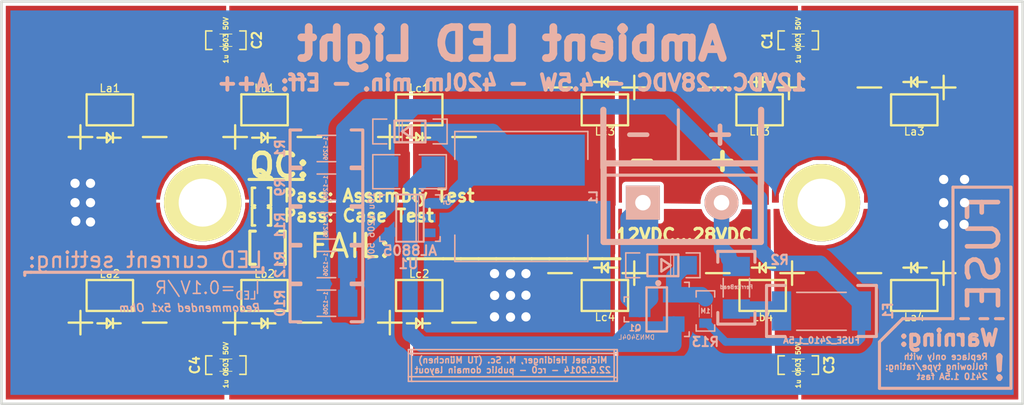
<source format=kicad_pcb>
(kicad_pcb (version 4) (host pcbnew "(2014-jul-16 BZR unknown)-product")

  (general
    (links 72)
    (no_connects 0)
    (area 165.899999 98.899999 232.100001 125.100001)
    (thickness 1.6)
    (drawings 70)
    (tracks 334)
    (zones 0)
    (modules 33)
    (nets 19)
  )

  (page A4)
  (layers
    (0 F.Cu signal)
    (31 B.Cu signal)
    (32 B.Adhes user)
    (33 F.Adhes user)
    (34 B.Paste user)
    (35 F.Paste user)
    (36 B.SilkS user)
    (37 F.SilkS user)
    (38 B.Mask user)
    (39 F.Mask user)
    (40 Dwgs.User user)
    (41 Cmts.User user)
    (42 Eco1.User user)
    (43 Eco2.User user)
    (44 Edge.Cuts user)
  )

  (setup
    (last_trace_width 1)
    (user_trace_width 0.7)
    (user_trace_width 1)
    (trace_clearance 0.254)
    (zone_clearance 0.2)
    (zone_45_only no)
    (trace_min 0.18)
    (segment_width 0.1)
    (edge_width 0.15)
    (via_size 0.9)
    (via_drill 0.6)
    (via_min_size 0.889)
    (via_min_drill 0.508)
    (uvia_size 0.508)
    (uvia_drill 0.127)
    (uvias_allowed no)
    (uvia_min_size 0.508)
    (uvia_min_drill 0.127)
    (pcb_text_width 0.3)
    (pcb_text_size 1.5 1.5)
    (mod_edge_width 0.15)
    (mod_text_size 1.5 1.5)
    (mod_text_width 0.15)
    (pad_size 5 5)
    (pad_drill 3.1)
    (pad_to_mask_clearance 0.13)
    (aux_axis_origin 0 0)
    (visible_elements 7FFFFFFF)
    (pcbplotparams
      (layerselection 0x010f0_80000001)
      (usegerberextensions true)
      (excludeedgelayer true)
      (linewidth 0.100000)
      (plotframeref false)
      (viasonmask false)
      (mode 1)
      (useauxorigin false)
      (hpglpennumber 1)
      (hpglpenspeed 20)
      (hpglpendiameter 15)
      (hpglpenoverlay 2)
      (psnegative false)
      (psa4output false)
      (plotreference true)
      (plotvalue true)
      (plotinvisibletext false)
      (padsonsilk false)
      (subtractmaskfromsilk true)
      (outputformat 1)
      (mirror false)
      (drillshape 0)
      (scaleselection 1)
      (outputdirectory ""))
  )

  (net 0 "")
  (net 1 +12V)
  (net 2 GND)
  (net 3 "Net-(C1-Pad1)")
  (net 4 "Net-(C1-Pad2)")
  (net 5 "Net-(D15-Pad1)")
  (net 6 "Net-(D16-Pad2)")
  (net 7 "Net-(F1-Pad1)")
  (net 8 "Net-(La1-Pad2)")
  (net 9 "Net-(La2-Pad2)")
  (net 10 "Net-(La3-Pad2)")
  (net 11 "Net-(La4-Pad2)")
  (net 12 "Net-(Lb1-Pad2)")
  (net 13 "Net-(Lb2-Pad2)")
  (net 14 "Net-(Lb3-Pad2)")
  (net 15 "Net-(Lb4-Pad2)")
  (net 16 "Net-(U1-Pad3)")
  (net 17 "Net-(D16-Pad1)")
  (net 18 "Net-(P1-Pad2)")

  (net_class Default "Dies ist die voreingestellte Netzklasse."
    (clearance 0.254)
    (trace_width 0.254)
    (via_dia 0.9)
    (via_drill 0.6)
    (uvia_dia 0.508)
    (uvia_drill 0.127)
    (add_net "Net-(D16-Pad1)")
    (add_net "Net-(D16-Pad2)")
    (add_net "Net-(P1-Pad2)")
    (add_net "Net-(U1-Pad3)")
  )

  (net_class Power ""
    (clearance 0.254)
    (trace_width 0.5)
    (via_dia 0.9)
    (via_drill 0.6)
    (uvia_dia 0.508)
    (uvia_drill 0.127)
    (add_net +12V)
    (add_net GND)
    (add_net "Net-(C1-Pad1)")
    (add_net "Net-(C1-Pad2)")
    (add_net "Net-(D15-Pad1)")
    (add_net "Net-(F1-Pad1)")
    (add_net "Net-(La1-Pad2)")
    (add_net "Net-(La2-Pad2)")
    (add_net "Net-(La3-Pad2)")
    (add_net "Net-(La4-Pad2)")
    (add_net "Net-(Lb1-Pad2)")
    (add_net "Net-(Lb2-Pad2)")
    (add_net "Net-(Lb3-Pad2)")
    (add_net "Net-(Lb4-Pad2)")
  )

  (module "Michael Lib:1PIN_MECHANICAL" (layer F.Cu) (tedit 53CE8219) (tstamp 5354277C)
    (at 179 112)
    (fp_text reference P5 (at 0 0) (layer F.SilkS) hide
      (effects (font (size 0.127 0.127) (thickness 0.03175)))
    )
    (fp_text value CONN_1 (at 0 0) (layer F.SilkS) hide
      (effects (font (size 0.127 0.127) (thickness 0.03175)))
    )
    (pad "" thru_hole circle (at 0 0) (size 5 5) (drill 3.1) (layers *.Cu *.Mask F.SilkS))
  )

  (module "Michael Lib:1PIN_MECHANICAL" (layer F.Cu) (tedit 53CE8231) (tstamp 53542785)
    (at 219 112)
    (fp_text reference P5 (at 0 0) (layer F.SilkS) hide
      (effects (font (size 0.127 0.127) (thickness 0.03175)))
    )
    (fp_text value CONN_1 (at 0 0) (layer F.SilkS) hide
      (effects (font (size 0.127 0.127) (thickness 0.03175)))
    )
    (pad "" thru_hole circle (at 0 0) (size 5 5) (drill 3.1) (layers *.Cu *.Mask F.SilkS))
  )

  (module ResCap:SMD-R-1206|3216 (layer B.Cu) (tedit 53B5BC63) (tstamp 53BDFE9C)
    (at 213.5 117.5 270)
    (tags 0805)
    (path /53B586B6)
    (fp_text reference R2 (at -1.8 -2.8 540) (layer B.SilkS)
      (effects (font (size 0.6 0.6) (thickness 0.14)) (justify mirror))
    )
    (fp_text value FerriteBead (at -0.05 0 540) (layer B.SilkS)
      (effects (font (size 0.25 0.25) (thickness 0.0625)) (justify mirror))
    )
    (fp_line (start 1.6 -1.2) (end 2.3 -1.2) (layer B.SilkS) (width 0.2))
    (fp_line (start 1.6 1.2) (end 2.3 1.2) (layer B.SilkS) (width 0.2))
    (fp_line (start 2.35 1.2) (end 2.35 -1.2) (layer B.SilkS) (width 0.2))
    (fp_line (start -2.35 1.2) (end -1.65 1.2) (layer B.SilkS) (width 0.2))
    (fp_line (start -2.35 1.2) (end -2.35 -1.2) (layer B.SilkS) (width 0.2))
    (fp_line (start -2.35 -1.2) (end -1.65 -1.2) (layer B.SilkS) (width 0.2))
    (fp_line (start -0.6 -0.85) (end 0.6 -0.85) (layer B.SilkS) (width 0.1))
    (fp_line (start -0.6 0.85) (end 0.6 0.85) (layer B.SilkS) (width 0.1))
    (pad 2 smd rect (at 1.375 0 90) (size 1.25 1.75) (layers B.Cu B.Paste B.Mask)
      (net 7 "Net-(F1-Pad1)"))
    (pad 1 smd rect (at -1.375 0 90) (size 1.25 1.75) (layers B.Cu B.Paste B.Mask)
      (net 18 "Net-(P1-Pad2)"))
    (model smd/resistors/r_1206.wrl
      (at (xyz 0 0 0))
      (scale (xyz 1 1 1))
      (rotate (xyz 0 0 0))
    )
  )

  (module ResCap:SMD-C-0603|1608 (layer F.Cu) (tedit 53B5B9DC) (tstamp 53BE00B8)
    (at 217.5 101.5)
    (descr "SMD RESISTOR - 0603")
    (tags "SMD RESISTOR - 0603")
    (path /533866E0)
    (attr smd)
    (fp_text reference C1 (at -2 0 90) (layer F.SilkS)
      (effects (font (size 0.59944 0.59944) (thickness 0.13)))
    )
    (fp_text value "1u 0603 50V" (at 0 0 90) (layer F.SilkS)
      (effects (font (size 0.29972 0.29972) (thickness 0.07493)))
    )
    (fp_line (start -1.30048 0.59944) (end -0.89916 0.59944) (layer F.SilkS) (width 0.09906))
    (fp_line (start -1.30048 -0.59944) (end -0.89916 -0.59944) (layer F.SilkS) (width 0.09906))
    (fp_line (start 1.30048 0.59944) (end 0.89916 0.59944) (layer F.SilkS) (width 0.09906))
    (fp_line (start -0.39878 0.39972) (end 0.39878 0.39972) (layer F.SilkS) (width 0.0508))
    (fp_line (start -0.39878 -0.39972) (end 0.39878 -0.39972) (layer F.SilkS) (width 0.0508))
    (fp_line (start 1.30048 -0.59944) (end 1.30048 0.59944) (layer F.SilkS) (width 0.09906))
    (fp_line (start 1.30048 -0.59944) (end 0.89916 -0.59944) (layer F.SilkS) (width 0.09906))
    (fp_line (start -1.30048 -0.59944) (end -1.30048 0.59944) (layer F.SilkS) (width 0.09906))
    (pad 1 smd rect (at -0.78994 0) (size 0.59944 0.79756) (layers F.Cu F.Paste F.Mask)
      (net 3 "Net-(C1-Pad1)"))
    (pad 2 smd rect (at 0.78994 0) (size 0.59944 0.79756) (layers F.Cu F.Paste F.Mask)
      (net 4 "Net-(C1-Pad2)"))
    (model smd/Capacitors/C0603.wrl
      (at (xyz 0 0 0))
      (scale (xyz 0.45 0.35 0.5))
      (rotate (xyz 0 0 0))
    )
  )

  (module ResCap:SMD-C-0603|1608 (layer F.Cu) (tedit 53B5B9DC) (tstamp 53BE00C5)
    (at 180.5 101.5 180)
    (descr "SMD RESISTOR - 0603")
    (tags "SMD RESISTOR - 0603")
    (path /533866C6)
    (attr smd)
    (fp_text reference C2 (at -2 0 270) (layer F.SilkS)
      (effects (font (size 0.59944 0.59944) (thickness 0.13)))
    )
    (fp_text value "1u 0603 50V" (at 0 0 270) (layer F.SilkS)
      (effects (font (size 0.29972 0.29972) (thickness 0.07493)))
    )
    (fp_line (start -1.30048 0.59944) (end -0.89916 0.59944) (layer F.SilkS) (width 0.09906))
    (fp_line (start -1.30048 -0.59944) (end -0.89916 -0.59944) (layer F.SilkS) (width 0.09906))
    (fp_line (start 1.30048 0.59944) (end 0.89916 0.59944) (layer F.SilkS) (width 0.09906))
    (fp_line (start -0.39878 0.39972) (end 0.39878 0.39972) (layer F.SilkS) (width 0.0508))
    (fp_line (start -0.39878 -0.39972) (end 0.39878 -0.39972) (layer F.SilkS) (width 0.0508))
    (fp_line (start 1.30048 -0.59944) (end 1.30048 0.59944) (layer F.SilkS) (width 0.09906))
    (fp_line (start 1.30048 -0.59944) (end 0.89916 -0.59944) (layer F.SilkS) (width 0.09906))
    (fp_line (start -1.30048 -0.59944) (end -1.30048 0.59944) (layer F.SilkS) (width 0.09906))
    (pad 1 smd rect (at -0.78994 0 180) (size 0.59944 0.79756) (layers F.Cu F.Paste F.Mask)
      (net 3 "Net-(C1-Pad1)"))
    (pad 2 smd rect (at 0.78994 0 180) (size 0.59944 0.79756) (layers F.Cu F.Paste F.Mask)
      (net 4 "Net-(C1-Pad2)"))
    (model smd/Capacitors/C0603.wrl
      (at (xyz 0 0 0))
      (scale (xyz 0.45 0.35 0.5))
      (rotate (xyz 0 0 0))
    )
  )

  (module ResCap:SMD-C-0603|1608 (layer F.Cu) (tedit 53B5B9DC) (tstamp 53BE00D2)
    (at 217.5 122.5 180)
    (descr "SMD RESISTOR - 0603")
    (tags "SMD RESISTOR - 0603")
    (path /533866BB)
    (attr smd)
    (fp_text reference C3 (at -2 0 270) (layer F.SilkS)
      (effects (font (size 0.59944 0.59944) (thickness 0.13)))
    )
    (fp_text value "1u 0603 50V" (at 0 0 270) (layer F.SilkS)
      (effects (font (size 0.29972 0.29972) (thickness 0.07493)))
    )
    (fp_line (start -1.30048 0.59944) (end -0.89916 0.59944) (layer F.SilkS) (width 0.09906))
    (fp_line (start -1.30048 -0.59944) (end -0.89916 -0.59944) (layer F.SilkS) (width 0.09906))
    (fp_line (start 1.30048 0.59944) (end 0.89916 0.59944) (layer F.SilkS) (width 0.09906))
    (fp_line (start -0.39878 0.39972) (end 0.39878 0.39972) (layer F.SilkS) (width 0.0508))
    (fp_line (start -0.39878 -0.39972) (end 0.39878 -0.39972) (layer F.SilkS) (width 0.0508))
    (fp_line (start 1.30048 -0.59944) (end 1.30048 0.59944) (layer F.SilkS) (width 0.09906))
    (fp_line (start 1.30048 -0.59944) (end 0.89916 -0.59944) (layer F.SilkS) (width 0.09906))
    (fp_line (start -1.30048 -0.59944) (end -1.30048 0.59944) (layer F.SilkS) (width 0.09906))
    (pad 1 smd rect (at -0.78994 0 180) (size 0.59944 0.79756) (layers F.Cu F.Paste F.Mask)
      (net 4 "Net-(C1-Pad2)"))
    (pad 2 smd rect (at 0.78994 0 180) (size 0.59944 0.79756) (layers F.Cu F.Paste F.Mask)
      (net 3 "Net-(C1-Pad1)"))
    (model smd/Capacitors/C0603.wrl
      (at (xyz 0 0 0))
      (scale (xyz 0.45 0.35 0.5))
      (rotate (xyz 0 0 0))
    )
  )

  (module ResCap:SMD-C-0603|1608 (layer F.Cu) (tedit 53B5B9DC) (tstamp 53BE00DF)
    (at 180.5 122.5)
    (descr "SMD RESISTOR - 0603")
    (tags "SMD RESISTOR - 0603")
    (path /533866A0)
    (attr smd)
    (fp_text reference C4 (at -2 0 90) (layer F.SilkS)
      (effects (font (size 0.59944 0.59944) (thickness 0.13)))
    )
    (fp_text value "1u 0603 50V" (at 0 0 90) (layer F.SilkS)
      (effects (font (size 0.29972 0.29972) (thickness 0.07493)))
    )
    (fp_line (start -1.30048 0.59944) (end -0.89916 0.59944) (layer F.SilkS) (width 0.09906))
    (fp_line (start -1.30048 -0.59944) (end -0.89916 -0.59944) (layer F.SilkS) (width 0.09906))
    (fp_line (start 1.30048 0.59944) (end 0.89916 0.59944) (layer F.SilkS) (width 0.09906))
    (fp_line (start -0.39878 0.39972) (end 0.39878 0.39972) (layer F.SilkS) (width 0.0508))
    (fp_line (start -0.39878 -0.39972) (end 0.39878 -0.39972) (layer F.SilkS) (width 0.0508))
    (fp_line (start 1.30048 -0.59944) (end 1.30048 0.59944) (layer F.SilkS) (width 0.09906))
    (fp_line (start 1.30048 -0.59944) (end 0.89916 -0.59944) (layer F.SilkS) (width 0.09906))
    (fp_line (start -1.30048 -0.59944) (end -1.30048 0.59944) (layer F.SilkS) (width 0.09906))
    (pad 1 smd rect (at -0.78994 0) (size 0.59944 0.79756) (layers F.Cu F.Paste F.Mask)
      (net 4 "Net-(C1-Pad2)"))
    (pad 2 smd rect (at 0.78994 0) (size 0.59944 0.79756) (layers F.Cu F.Paste F.Mask)
      (net 3 "Net-(C1-Pad1)"))
    (model smd/Capacitors/C0603.wrl
      (at (xyz 0 0 0))
      (scale (xyz 0.45 0.35 0.5))
      (rotate (xyz 0 0 0))
    )
  )

  (module ResCap:SMD-1206-PWR (layer B.Cu) (tedit 53CE79BC) (tstamp 53BE00EC)
    (at 192.4 110 270)
    (path /5338666A)
    (fp_text reference C5 (at 1.8 -2.406 270) (layer B.SilkS)
      (effects (font (size 0.39878 0.39878) (thickness 0.0762)) (justify mirror))
    )
    (fp_text value "10u 1206 50V" (at 3.5 2.5 270) (layer B.SilkS)
      (effects (font (size 0.4 0.4) (thickness 0.0762)) (justify mirror))
    )
    (fp_line (start 1.09982 0.65024) (end 1.09982 2.4003) (layer B.SilkS) (width 0.09906))
    (fp_line (start 1.09982 2.4003) (end -1.09982 2.4003) (layer B.SilkS) (width 0.09906))
    (fp_line (start -1.09982 2.4003) (end -1.09982 0.65024) (layer B.SilkS) (width 0.09906))
    (fp_line (start -1.09982 -0.59944) (end -1.09982 -2.3495) (layer B.SilkS) (width 0.09906))
    (fp_line (start -1.09982 -2.3495) (end 1.09982 -2.3495) (layer B.SilkS) (width 0.09906))
    (fp_line (start 1.09982 -2.3495) (end 1.09982 -0.59944) (layer B.SilkS) (width 0.09906))
    (pad 2 smd rect (at 0 -1.50114 180) (size 1.50114 1.99898) (layers B.Cu B.Paste B.Mask)
      (net 2 GND))
    (pad 1 smd rect (at 0 1.50114 180) (size 1.50114 1.99898) (layers B.Cu B.Paste B.Mask)
      (net 1 +12V))
  )

  (module DiodesTransistors:SOD323-W (layer B.Cu) (tedit 53A6EB11) (tstamp 53BE00F7)
    (at 192.4 107.4)
    (descr "SOD323 WAVE SOLDERING PHILIPS SC01_MOUNTING_1996.PDF")
    (tags "SOD323 WAVE SOLDERING PHILIPS SC01_MOUNTING_1996.PDF")
    (path /53385F20)
    (attr smd)
    (fp_text reference D15 (at 0 1.2) (layer F.SilkS) hide
      (effects (font (size 0.4 0.4) (thickness 0.0889)) (justify mirror))
    )
    (fp_text value DB2W40100L (at 3.05 -0.4 90) (layer F.SilkS) hide
      (effects (font (size 0.3 0.3) (thickness 0.075)) (justify mirror))
    )
    (fp_line (start 2.4 0.8) (end 2.4 -0.8) (layer B.SilkS) (width 0.1))
    (fp_line (start 2.4 -0.8) (end 1.5 -0.8) (layer B.SilkS) (width 0.1))
    (fp_line (start 2.4 0.8) (end 1.5 0.8) (layer B.SilkS) (width 0.1))
    (fp_line (start -2.4 0.8) (end -1.5 0.8) (layer B.SilkS) (width 0.1))
    (fp_line (start -2.4 0.8) (end -2.4 -0.8) (layer B.SilkS) (width 0.1))
    (fp_line (start -2.4 -0.8) (end -1.5 -0.8) (layer B.SilkS) (width 0.1))
    (fp_line (start -0.6985 -0.6985) (end -0.49784 -0.6985) (layer B.SilkS) (width 0.06604))
    (fp_line (start -0.49784 -0.6985) (end -0.49784 0.6985) (layer B.SilkS) (width 0.06604))
    (fp_line (start -0.6985 0.6985) (end -0.49784 0.6985) (layer B.SilkS) (width 0.06604))
    (fp_line (start -0.6985 -0.6985) (end -0.6985 0.6985) (layer B.SilkS) (width 0.06604))
    (fp_line (start -0.99822 0.6985) (end 0.99822 0.6985) (layer B.SilkS) (width 0.1524))
    (fp_line (start 0.99822 0.6985) (end 0.99822 -0.6985) (layer B.SilkS) (width 0.1524))
    (fp_line (start 0.99822 -0.6985) (end -0.99822 -0.6985) (layer B.SilkS) (width 0.1524))
    (fp_line (start -0.99822 -0.6985) (end -0.99822 0.6985) (layer B.SilkS) (width 0.1524))
    (fp_line (start -0.49784 0) (end 0.09906 0.39878) (layer B.SilkS) (width 0.1524))
    (fp_line (start 0.09906 0.39878) (end 0.09906 -0.39878) (layer B.SilkS) (width 0.1524))
    (fp_line (start 0.09906 -0.39878) (end -0.49784 0) (layer B.SilkS) (width 0.1524))
    (pad 1 smd rect (at 1.4478 0) (size 1.4986 1.19888) (layers B.Cu B.Paste B.Mask)
      (net 5 "Net-(D15-Pad1)"))
    (pad 2 smd rect (at -1.4478 0) (size 1.4986 1.19888) (layers B.Cu B.Paste B.Mask)
      (net 1 +12V))
  )

  (module DiodesTransistors:SOD323-W (layer B.Cu) (tedit 53CE7B5B) (tstamp 53BE010D)
    (at 208.75 116.05 180)
    (descr "SOD323 WAVE SOLDERING PHILIPS SC01_MOUNTING_1996.PDF")
    (tags "SOD323 WAVE SOLDERING PHILIPS SC01_MOUNTING_1996.PDF")
    (path /53386C77)
    (attr smd)
    (fp_text reference D16 (at -1.2 2.4 180) (layer F.SilkS) hide
      (effects (font (size 0.4 0.4) (thickness 0.0889)) (justify mirror))
    )
    (fp_text value ZENER-8.2V (at 3.05 -0.4 270) (layer F.SilkS) hide
      (effects (font (size 0.3 0.3) (thickness 0.075)) (justify mirror))
    )
    (fp_line (start 2.4 0.8) (end 2.4 -0.8) (layer B.SilkS) (width 0.1))
    (fp_line (start 2.4 -0.8) (end 1.5 -0.8) (layer B.SilkS) (width 0.1))
    (fp_line (start 2.4 0.8) (end 1.5 0.8) (layer B.SilkS) (width 0.1))
    (fp_line (start -2.4 0.8) (end -1.5 0.8) (layer B.SilkS) (width 0.1))
    (fp_line (start -2.4 0.8) (end -2.4 -0.8) (layer B.SilkS) (width 0.1))
    (fp_line (start -2.4 -0.8) (end -1.5 -0.8) (layer B.SilkS) (width 0.1))
    (fp_line (start -0.6985 -0.6985) (end -0.49784 -0.6985) (layer B.SilkS) (width 0.06604))
    (fp_line (start -0.49784 -0.6985) (end -0.49784 0.6985) (layer B.SilkS) (width 0.06604))
    (fp_line (start -0.6985 0.6985) (end -0.49784 0.6985) (layer B.SilkS) (width 0.06604))
    (fp_line (start -0.6985 -0.6985) (end -0.6985 0.6985) (layer B.SilkS) (width 0.06604))
    (fp_line (start -0.99822 0.6985) (end 0.99822 0.6985) (layer B.SilkS) (width 0.1524))
    (fp_line (start 0.99822 0.6985) (end 0.99822 -0.6985) (layer B.SilkS) (width 0.1524))
    (fp_line (start 0.99822 -0.6985) (end -0.99822 -0.6985) (layer B.SilkS) (width 0.1524))
    (fp_line (start -0.99822 -0.6985) (end -0.99822 0.6985) (layer B.SilkS) (width 0.1524))
    (fp_line (start -0.49784 0) (end 0.09906 0.39878) (layer B.SilkS) (width 0.1524))
    (fp_line (start 0.09906 0.39878) (end 0.09906 -0.39878) (layer B.SilkS) (width 0.1524))
    (fp_line (start 0.09906 -0.39878) (end -0.49784 0) (layer B.SilkS) (width 0.1524))
    (pad 1 smd rect (at 1.4478 0 180) (size 1.4986 1.19888) (layers B.Cu B.Paste B.Mask)
      (net 17 "Net-(D16-Pad1)"))
    (pad 2 smd rect (at -1.4478 0 180) (size 1.4986 1.19888) (layers B.Cu B.Paste B.Mask)
      (net 6 "Net-(D16-Pad2)"))
  )

  (module ResCap:SMD-R-2010|3225 (layer B.Cu) (tedit 53CE83F6) (tstamp 53BE0123)
    (at 219 119)
    (tags "2010 3225")
    (path /533D3DAA)
    (fp_text reference F1 (at 4.3 0 270) (layer B.SilkS)
      (effects (font (size 0.6 0.6) (thickness 0.14)) (justify mirror))
    )
    (fp_text value FUSE_2410_1.5A (at 0 1.9) (layer B.SilkS)
      (effects (font (size 0.4 0.4) (thickness 0.1)) (justify mirror))
    )
    (fp_line (start -1.6 -1.2) (end 1.6 -1.2) (layer B.SilkS) (width 0.1))
    (fp_line (start -1.6 1.25) (end 1.6 1.25) (layer B.SilkS) (width 0.1))
    (fp_line (start 3.55 -1.65) (end 3.55 1.65) (layer B.SilkS) (width 0.2))
    (fp_line (start -3.55 -1.65) (end -3.55 1.65) (layer B.SilkS) (width 0.2))
    (fp_line (start 2.35 1.65) (end 3.55 1.65) (layer B.SilkS) (width 0.2))
    (fp_line (start 2.35 -1.65) (end 3.55 -1.65) (layer B.SilkS) (width 0.2))
    (fp_line (start -3.55 -1.65) (end -2.35 -1.65) (layer B.SilkS) (width 0.2))
    (fp_line (start -3.55 1.65) (end -2.35 1.65) (layer B.SilkS) (width 0.2))
    (pad 1 smd rect (at -2.5785 0 180) (size 1.245 2.54) (layers B.Cu B.Paste B.Mask)
      (net 7 "Net-(F1-Pad1)"))
    (pad 2 smd rect (at 2.5785 0 180) (size 1.245 2.54) (layers B.Cu B.Paste B.Mask)
      (net 1 +12V))
    (model smd/resistors/r_2010.wrl
      (at (xyz 0 0 0))
      (scale (xyz 1 1 1))
      (rotate (xyz 0 0 0))
    )
  )

  (module MichaelLib:ind-VLP8040 (layer B.Cu) (tedit 53CE7AAA) (tstamp 53BE0130)
    (at 199.6 111.6 90)
    (path /53385C86)
    (fp_text reference L1 (at -0.05 4.65 90) (layer B.SilkS)
      (effects (font (size 0.5 0.5) (thickness 0.125)) (justify mirror))
    )
    (fp_text value INDUCTOR_SMALL (at 0 0 180) (layer B.SilkS) hide
      (effects (font (size 0.7 0.7) (thickness 0.175)) (justify mirror))
    )
    (fp_line (start -4.2 -4.3) (end -2.5 -4.3) (layer B.SilkS) (width 0.1))
    (fp_line (start -4.2 4.3) (end -2.5 4.3) (layer B.SilkS) (width 0.1))
    (fp_line (start -4.2 -4.3) (end -4.2 4.3) (layer B.SilkS) (width 0.1))
    (fp_line (start 4.2 -4.3) (end 4.2 4.3) (layer B.SilkS) (width 0.1))
    (fp_line (start 4.2 4.3) (end 2.4 4.3) (layer B.SilkS) (width 0.1))
    (fp_line (start 4.2 -4.3) (end 2.4 -4.3) (layer B.SilkS) (width 0.1))
    (pad 1 smd rect (at 2.35 0 90) (size 3.3 8.2) (layers B.Cu B.Paste B.Mask)
      (net 5 "Net-(D15-Pad1)"))
    (pad 2 smd rect (at -2.35 0 90) (size 3.3 8.2) (layers B.Cu B.Paste B.Mask)
      (net 3 "Net-(C1-Pad1)"))
  )

  (module PwrLED:LUXEON3020 (layer F.Cu) (tedit 53BDC236) (tstamp 53BE013B)
    (at 173 106)
    (path /53385BFF)
    (fp_text reference La1 (at 0 -1.4) (layer F.SilkS)
      (effects (font (size 0.5 0.5) (thickness 0.08)))
    )
    (fp_text value LED (at 0 2.54) (layer F.SilkS) hide
      (effects (font (size 0.127 0.127) (thickness 0.03175)))
    )
    (fp_line (start 0.2 1.8) (end 0.6 1.8) (layer F.SilkS) (width 0.15))
    (fp_line (start 0.6 1.8) (end 0.7 1.8) (layer F.SilkS) (width 0.15))
    (fp_line (start 0.2 1.5) (end 0.2 2.1) (layer F.SilkS) (width 0.15))
    (fp_line (start -0.8 1.8) (end -0.2 1.8) (layer F.SilkS) (width 0.15))
    (fp_line (start -0.2 1.8) (end -0.2 1.5) (layer F.SilkS) (width 0.15))
    (fp_line (start -0.2 1.5) (end 0.1 1.8) (layer F.SilkS) (width 0.15))
    (fp_line (start 0.1 1.8) (end -0.2 2.1) (layer F.SilkS) (width 0.15))
    (fp_line (start -0.2 2.1) (end -0.2 1.8) (layer F.SilkS) (width 0.15))
    (fp_text user + (at -1.9 1.6) (layer F.SilkS)
      (effects (font (size 2 2) (thickness 0.15)))
    )
    (fp_text user - (at 2.9 1.6) (layer F.SilkS)
      (effects (font (size 2 2) (thickness 0.15)))
    )
    (fp_line (start 0 -1) (end -1.5 -1) (layer F.SilkS) (width 0.15))
    (fp_line (start -1.5 -1) (end -1.5 1) (layer F.SilkS) (width 0.15))
    (fp_line (start -1.5 1) (end 1.5 1) (layer F.SilkS) (width 0.15))
    (fp_line (start 1.5 1) (end 1.5 -1) (layer F.SilkS) (width 0.15))
    (fp_line (start 1.5 -1) (end 0 -1) (layer F.SilkS) (width 0.15))
    (pad 1 smd oval (at -1.1075 0) (size 0.415 1.63) (layers F.Cu F.Paste F.Mask)
      (net 4 "Net-(C1-Pad2)"))
    (pad 2 smd rect (at 0.4575 0) (size 1.715 1.63) (layers F.Cu F.Paste F.Mask)
      (net 8 "Net-(La1-Pad2)"))
    (pad 2 smd rect (at 2.1 0.1) (size 5 5) (layers F.Cu)
      (net 8 "Net-(La1-Pad2)"))
    (pad 1 smd rect (at -1.9 0.1) (size 2 5) (layers F.Cu)
      (net 4 "Net-(C1-Pad2)"))
  )

  (module PwrLED:LUXEON3020 (layer F.Cu) (tedit 53BDC236) (tstamp 53BE0151)
    (at 173 118)
    (path /53385C2C)
    (fp_text reference La2 (at 0 -1.4) (layer F.SilkS)
      (effects (font (size 0.5 0.5) (thickness 0.08)))
    )
    (fp_text value LED (at 0 2.54) (layer F.SilkS) hide
      (effects (font (size 0.127 0.127) (thickness 0.03175)))
    )
    (fp_line (start 0.2 1.8) (end 0.6 1.8) (layer F.SilkS) (width 0.15))
    (fp_line (start 0.6 1.8) (end 0.7 1.8) (layer F.SilkS) (width 0.15))
    (fp_line (start 0.2 1.5) (end 0.2 2.1) (layer F.SilkS) (width 0.15))
    (fp_line (start -0.8 1.8) (end -0.2 1.8) (layer F.SilkS) (width 0.15))
    (fp_line (start -0.2 1.8) (end -0.2 1.5) (layer F.SilkS) (width 0.15))
    (fp_line (start -0.2 1.5) (end 0.1 1.8) (layer F.SilkS) (width 0.15))
    (fp_line (start 0.1 1.8) (end -0.2 2.1) (layer F.SilkS) (width 0.15))
    (fp_line (start -0.2 2.1) (end -0.2 1.8) (layer F.SilkS) (width 0.15))
    (fp_text user + (at -1.9 1.6) (layer F.SilkS)
      (effects (font (size 2 2) (thickness 0.15)))
    )
    (fp_text user - (at 2.9 1.6) (layer F.SilkS)
      (effects (font (size 2 2) (thickness 0.15)))
    )
    (fp_line (start 0 -1) (end -1.5 -1) (layer F.SilkS) (width 0.15))
    (fp_line (start -1.5 -1) (end -1.5 1) (layer F.SilkS) (width 0.15))
    (fp_line (start -1.5 1) (end 1.5 1) (layer F.SilkS) (width 0.15))
    (fp_line (start 1.5 1) (end 1.5 -1) (layer F.SilkS) (width 0.15))
    (fp_line (start 1.5 -1) (end 0 -1) (layer F.SilkS) (width 0.15))
    (pad 1 smd oval (at -1.1075 0) (size 0.415 1.63) (layers F.Cu F.Paste F.Mask)
      (net 4 "Net-(C1-Pad2)"))
    (pad 2 smd rect (at 0.4575 0) (size 1.715 1.63) (layers F.Cu F.Paste F.Mask)
      (net 9 "Net-(La2-Pad2)"))
    (pad 2 smd rect (at 2.1 0.1) (size 5 5) (layers F.Cu)
      (net 9 "Net-(La2-Pad2)"))
    (pad 1 smd rect (at -1.9 0.1) (size 2 5) (layers F.Cu)
      (net 4 "Net-(C1-Pad2)"))
  )

  (module PwrLED:LUXEON3020 (layer F.Cu) (tedit 53BDC236) (tstamp 53BE0167)
    (at 225 106 180)
    (path /53385C44)
    (fp_text reference La3 (at 0 -1.4 180) (layer F.SilkS)
      (effects (font (size 0.5 0.5) (thickness 0.08)))
    )
    (fp_text value LED (at 0 2.54 180) (layer F.SilkS) hide
      (effects (font (size 0.127 0.127) (thickness 0.03175)))
    )
    (fp_line (start 0.2 1.8) (end 0.6 1.8) (layer F.SilkS) (width 0.15))
    (fp_line (start 0.6 1.8) (end 0.7 1.8) (layer F.SilkS) (width 0.15))
    (fp_line (start 0.2 1.5) (end 0.2 2.1) (layer F.SilkS) (width 0.15))
    (fp_line (start -0.8 1.8) (end -0.2 1.8) (layer F.SilkS) (width 0.15))
    (fp_line (start -0.2 1.8) (end -0.2 1.5) (layer F.SilkS) (width 0.15))
    (fp_line (start -0.2 1.5) (end 0.1 1.8) (layer F.SilkS) (width 0.15))
    (fp_line (start 0.1 1.8) (end -0.2 2.1) (layer F.SilkS) (width 0.15))
    (fp_line (start -0.2 2.1) (end -0.2 1.8) (layer F.SilkS) (width 0.15))
    (fp_text user + (at -1.9 1.6 180) (layer F.SilkS)
      (effects (font (size 2 2) (thickness 0.15)))
    )
    (fp_text user - (at 2.9 1.6 180) (layer F.SilkS)
      (effects (font (size 2 2) (thickness 0.15)))
    )
    (fp_line (start 0 -1) (end -1.5 -1) (layer F.SilkS) (width 0.15))
    (fp_line (start -1.5 -1) (end -1.5 1) (layer F.SilkS) (width 0.15))
    (fp_line (start -1.5 1) (end 1.5 1) (layer F.SilkS) (width 0.15))
    (fp_line (start 1.5 1) (end 1.5 -1) (layer F.SilkS) (width 0.15))
    (fp_line (start 1.5 -1) (end 0 -1) (layer F.SilkS) (width 0.15))
    (pad 1 smd oval (at -1.1075 0 180) (size 0.415 1.63) (layers F.Cu F.Paste F.Mask)
      (net 4 "Net-(C1-Pad2)"))
    (pad 2 smd rect (at 0.4575 0 180) (size 1.715 1.63) (layers F.Cu F.Paste F.Mask)
      (net 10 "Net-(La3-Pad2)"))
    (pad 2 smd rect (at 2.1 0.1 180) (size 5 5) (layers F.Cu)
      (net 10 "Net-(La3-Pad2)"))
    (pad 1 smd rect (at -1.9 0.1 180) (size 2 5) (layers F.Cu)
      (net 4 "Net-(C1-Pad2)"))
  )

  (module PwrLED:LUXEON3020 (layer F.Cu) (tedit 53BDC236) (tstamp 53BE017D)
    (at 225 118 180)
    (path /53385C5C)
    (fp_text reference La4 (at 0 -1.4 180) (layer F.SilkS)
      (effects (font (size 0.5 0.5) (thickness 0.08)))
    )
    (fp_text value LED (at 0 2.54 180) (layer F.SilkS) hide
      (effects (font (size 0.127 0.127) (thickness 0.03175)))
    )
    (fp_line (start 0.2 1.8) (end 0.6 1.8) (layer F.SilkS) (width 0.15))
    (fp_line (start 0.6 1.8) (end 0.7 1.8) (layer F.SilkS) (width 0.15))
    (fp_line (start 0.2 1.5) (end 0.2 2.1) (layer F.SilkS) (width 0.15))
    (fp_line (start -0.8 1.8) (end -0.2 1.8) (layer F.SilkS) (width 0.15))
    (fp_line (start -0.2 1.8) (end -0.2 1.5) (layer F.SilkS) (width 0.15))
    (fp_line (start -0.2 1.5) (end 0.1 1.8) (layer F.SilkS) (width 0.15))
    (fp_line (start 0.1 1.8) (end -0.2 2.1) (layer F.SilkS) (width 0.15))
    (fp_line (start -0.2 2.1) (end -0.2 1.8) (layer F.SilkS) (width 0.15))
    (fp_text user + (at -1.9 1.6 180) (layer F.SilkS)
      (effects (font (size 2 2) (thickness 0.15)))
    )
    (fp_text user - (at 2.9 1.6 180) (layer F.SilkS)
      (effects (font (size 2 2) (thickness 0.15)))
    )
    (fp_line (start 0 -1) (end -1.5 -1) (layer F.SilkS) (width 0.15))
    (fp_line (start -1.5 -1) (end -1.5 1) (layer F.SilkS) (width 0.15))
    (fp_line (start -1.5 1) (end 1.5 1) (layer F.SilkS) (width 0.15))
    (fp_line (start 1.5 1) (end 1.5 -1) (layer F.SilkS) (width 0.15))
    (fp_line (start 1.5 -1) (end 0 -1) (layer F.SilkS) (width 0.15))
    (pad 1 smd oval (at -1.1075 0 180) (size 0.415 1.63) (layers F.Cu F.Paste F.Mask)
      (net 4 "Net-(C1-Pad2)"))
    (pad 2 smd rect (at 0.4575 0 180) (size 1.715 1.63) (layers F.Cu F.Paste F.Mask)
      (net 11 "Net-(La4-Pad2)"))
    (pad 2 smd rect (at 2.1 0.1 180) (size 5 5) (layers F.Cu)
      (net 11 "Net-(La4-Pad2)"))
    (pad 1 smd rect (at -1.9 0.1 180) (size 2 5) (layers F.Cu)
      (net 4 "Net-(C1-Pad2)"))
  )

  (module PwrLED:LUXEON3020 (layer F.Cu) (tedit 53BDC236) (tstamp 53BE0193)
    (at 183 106)
    (path /53385BF4)
    (fp_text reference Lb1 (at 0 -1.4) (layer F.SilkS)
      (effects (font (size 0.5 0.5) (thickness 0.08)))
    )
    (fp_text value LED (at 0 2.54) (layer F.SilkS) hide
      (effects (font (size 0.127 0.127) (thickness 0.03175)))
    )
    (fp_line (start 0.2 1.8) (end 0.6 1.8) (layer F.SilkS) (width 0.15))
    (fp_line (start 0.6 1.8) (end 0.7 1.8) (layer F.SilkS) (width 0.15))
    (fp_line (start 0.2 1.5) (end 0.2 2.1) (layer F.SilkS) (width 0.15))
    (fp_line (start -0.8 1.8) (end -0.2 1.8) (layer F.SilkS) (width 0.15))
    (fp_line (start -0.2 1.8) (end -0.2 1.5) (layer F.SilkS) (width 0.15))
    (fp_line (start -0.2 1.5) (end 0.1 1.8) (layer F.SilkS) (width 0.15))
    (fp_line (start 0.1 1.8) (end -0.2 2.1) (layer F.SilkS) (width 0.15))
    (fp_line (start -0.2 2.1) (end -0.2 1.8) (layer F.SilkS) (width 0.15))
    (fp_text user + (at -1.9 1.6) (layer F.SilkS)
      (effects (font (size 2 2) (thickness 0.15)))
    )
    (fp_text user - (at 2.9 1.6) (layer F.SilkS)
      (effects (font (size 2 2) (thickness 0.15)))
    )
    (fp_line (start 0 -1) (end -1.5 -1) (layer F.SilkS) (width 0.15))
    (fp_line (start -1.5 -1) (end -1.5 1) (layer F.SilkS) (width 0.15))
    (fp_line (start -1.5 1) (end 1.5 1) (layer F.SilkS) (width 0.15))
    (fp_line (start 1.5 1) (end 1.5 -1) (layer F.SilkS) (width 0.15))
    (fp_line (start 1.5 -1) (end 0 -1) (layer F.SilkS) (width 0.15))
    (pad 1 smd oval (at -1.1075 0) (size 0.415 1.63) (layers F.Cu F.Paste F.Mask)
      (net 8 "Net-(La1-Pad2)"))
    (pad 2 smd rect (at 0.4575 0) (size 1.715 1.63) (layers F.Cu F.Paste F.Mask)
      (net 12 "Net-(Lb1-Pad2)"))
    (pad 2 smd rect (at 2.1 0.1) (size 5 5) (layers F.Cu)
      (net 12 "Net-(Lb1-Pad2)"))
    (pad 1 smd rect (at -1.9 0.1) (size 2 5) (layers F.Cu)
      (net 8 "Net-(La1-Pad2)"))
  )

  (module PwrLED:LUXEON3020 (layer F.Cu) (tedit 53BDC236) (tstamp 53BE01A9)
    (at 183 118)
    (path /53385C26)
    (fp_text reference Lb2 (at 0 -1.4) (layer F.SilkS)
      (effects (font (size 0.5 0.5) (thickness 0.08)))
    )
    (fp_text value LED (at 0 2.54) (layer F.SilkS) hide
      (effects (font (size 0.127 0.127) (thickness 0.03175)))
    )
    (fp_line (start 0.2 1.8) (end 0.6 1.8) (layer F.SilkS) (width 0.15))
    (fp_line (start 0.6 1.8) (end 0.7 1.8) (layer F.SilkS) (width 0.15))
    (fp_line (start 0.2 1.5) (end 0.2 2.1) (layer F.SilkS) (width 0.15))
    (fp_line (start -0.8 1.8) (end -0.2 1.8) (layer F.SilkS) (width 0.15))
    (fp_line (start -0.2 1.8) (end -0.2 1.5) (layer F.SilkS) (width 0.15))
    (fp_line (start -0.2 1.5) (end 0.1 1.8) (layer F.SilkS) (width 0.15))
    (fp_line (start 0.1 1.8) (end -0.2 2.1) (layer F.SilkS) (width 0.15))
    (fp_line (start -0.2 2.1) (end -0.2 1.8) (layer F.SilkS) (width 0.15))
    (fp_text user + (at -1.9 1.6) (layer F.SilkS)
      (effects (font (size 2 2) (thickness 0.15)))
    )
    (fp_text user - (at 2.9 1.6) (layer F.SilkS)
      (effects (font (size 2 2) (thickness 0.15)))
    )
    (fp_line (start 0 -1) (end -1.5 -1) (layer F.SilkS) (width 0.15))
    (fp_line (start -1.5 -1) (end -1.5 1) (layer F.SilkS) (width 0.15))
    (fp_line (start -1.5 1) (end 1.5 1) (layer F.SilkS) (width 0.15))
    (fp_line (start 1.5 1) (end 1.5 -1) (layer F.SilkS) (width 0.15))
    (fp_line (start 1.5 -1) (end 0 -1) (layer F.SilkS) (width 0.15))
    (pad 1 smd oval (at -1.1075 0) (size 0.415 1.63) (layers F.Cu F.Paste F.Mask)
      (net 9 "Net-(La2-Pad2)"))
    (pad 2 smd rect (at 0.4575 0) (size 1.715 1.63) (layers F.Cu F.Paste F.Mask)
      (net 13 "Net-(Lb2-Pad2)"))
    (pad 2 smd rect (at 2.1 0.1) (size 5 5) (layers F.Cu)
      (net 13 "Net-(Lb2-Pad2)"))
    (pad 1 smd rect (at -1.9 0.1) (size 2 5) (layers F.Cu)
      (net 9 "Net-(La2-Pad2)"))
  )

  (module PwrLED:LUXEON3020 (layer F.Cu) (tedit 53BDC236) (tstamp 53BE01BF)
    (at 215 106 180)
    (path /53385C3E)
    (fp_text reference Lb3 (at 0 -1.4 180) (layer F.SilkS)
      (effects (font (size 0.5 0.5) (thickness 0.08)))
    )
    (fp_text value LED (at 0 2.54 180) (layer F.SilkS) hide
      (effects (font (size 0.127 0.127) (thickness 0.03175)))
    )
    (fp_line (start 0.2 1.8) (end 0.6 1.8) (layer F.SilkS) (width 0.15))
    (fp_line (start 0.6 1.8) (end 0.7 1.8) (layer F.SilkS) (width 0.15))
    (fp_line (start 0.2 1.5) (end 0.2 2.1) (layer F.SilkS) (width 0.15))
    (fp_line (start -0.8 1.8) (end -0.2 1.8) (layer F.SilkS) (width 0.15))
    (fp_line (start -0.2 1.8) (end -0.2 1.5) (layer F.SilkS) (width 0.15))
    (fp_line (start -0.2 1.5) (end 0.1 1.8) (layer F.SilkS) (width 0.15))
    (fp_line (start 0.1 1.8) (end -0.2 2.1) (layer F.SilkS) (width 0.15))
    (fp_line (start -0.2 2.1) (end -0.2 1.8) (layer F.SilkS) (width 0.15))
    (fp_text user + (at -1.9 1.6 180) (layer F.SilkS)
      (effects (font (size 2 2) (thickness 0.15)))
    )
    (fp_text user - (at 2.9 1.6 180) (layer F.SilkS)
      (effects (font (size 2 2) (thickness 0.15)))
    )
    (fp_line (start 0 -1) (end -1.5 -1) (layer F.SilkS) (width 0.15))
    (fp_line (start -1.5 -1) (end -1.5 1) (layer F.SilkS) (width 0.15))
    (fp_line (start -1.5 1) (end 1.5 1) (layer F.SilkS) (width 0.15))
    (fp_line (start 1.5 1) (end 1.5 -1) (layer F.SilkS) (width 0.15))
    (fp_line (start 1.5 -1) (end 0 -1) (layer F.SilkS) (width 0.15))
    (pad 1 smd oval (at -1.1075 0 180) (size 0.415 1.63) (layers F.Cu F.Paste F.Mask)
      (net 10 "Net-(La3-Pad2)"))
    (pad 2 smd rect (at 0.4575 0 180) (size 1.715 1.63) (layers F.Cu F.Paste F.Mask)
      (net 14 "Net-(Lb3-Pad2)"))
    (pad 2 smd rect (at 2.1 0.1 180) (size 5 5) (layers F.Cu)
      (net 14 "Net-(Lb3-Pad2)"))
    (pad 1 smd rect (at -1.9 0.1 180) (size 2 5) (layers F.Cu)
      (net 10 "Net-(La3-Pad2)"))
  )

  (module PwrLED:LUXEON3020 (layer F.Cu) (tedit 53BDC236) (tstamp 53CBDBC3)
    (at 215.2 118 180)
    (path /53385C56)
    (fp_text reference Lb4 (at 0 -1.4 180) (layer F.SilkS)
      (effects (font (size 0.5 0.5) (thickness 0.08)))
    )
    (fp_text value LED (at 0 2.54 180) (layer F.SilkS) hide
      (effects (font (size 0.127 0.127) (thickness 0.03175)))
    )
    (fp_line (start 0.2 1.8) (end 0.6 1.8) (layer F.SilkS) (width 0.15))
    (fp_line (start 0.6 1.8) (end 0.7 1.8) (layer F.SilkS) (width 0.15))
    (fp_line (start 0.2 1.5) (end 0.2 2.1) (layer F.SilkS) (width 0.15))
    (fp_line (start -0.8 1.8) (end -0.2 1.8) (layer F.SilkS) (width 0.15))
    (fp_line (start -0.2 1.8) (end -0.2 1.5) (layer F.SilkS) (width 0.15))
    (fp_line (start -0.2 1.5) (end 0.1 1.8) (layer F.SilkS) (width 0.15))
    (fp_line (start 0.1 1.8) (end -0.2 2.1) (layer F.SilkS) (width 0.15))
    (fp_line (start -0.2 2.1) (end -0.2 1.8) (layer F.SilkS) (width 0.15))
    (fp_text user + (at -1.9 1.6 180) (layer F.SilkS)
      (effects (font (size 2 2) (thickness 0.15)))
    )
    (fp_text user - (at 2.9 1.6 180) (layer F.SilkS)
      (effects (font (size 2 2) (thickness 0.15)))
    )
    (fp_line (start 0 -1) (end -1.5 -1) (layer F.SilkS) (width 0.15))
    (fp_line (start -1.5 -1) (end -1.5 1) (layer F.SilkS) (width 0.15))
    (fp_line (start -1.5 1) (end 1.5 1) (layer F.SilkS) (width 0.15))
    (fp_line (start 1.5 1) (end 1.5 -1) (layer F.SilkS) (width 0.15))
    (fp_line (start 1.5 -1) (end 0 -1) (layer F.SilkS) (width 0.15))
    (pad 1 smd oval (at -1.1075 0 180) (size 0.415 1.63) (layers F.Cu F.Paste F.Mask)
      (net 11 "Net-(La4-Pad2)"))
    (pad 2 smd rect (at 0.4575 0 180) (size 1.715 1.63) (layers F.Cu F.Paste F.Mask)
      (net 15 "Net-(Lb4-Pad2)"))
    (pad 2 smd rect (at 2.1 0.1 180) (size 5 5) (layers F.Cu)
      (net 15 "Net-(Lb4-Pad2)"))
    (pad 1 smd rect (at -1.9 0.1 180) (size 2 5) (layers F.Cu)
      (net 11 "Net-(La4-Pad2)"))
  )

  (module PwrLED:LUXEON3020 (layer F.Cu) (tedit 53BDC236) (tstamp 53BE01EB)
    (at 193 106)
    (path /53385BE2)
    (fp_text reference Lc1 (at 0 -1.4) (layer F.SilkS)
      (effects (font (size 0.5 0.5) (thickness 0.08)))
    )
    (fp_text value LED (at 0 2.54) (layer F.SilkS) hide
      (effects (font (size 0.127 0.127) (thickness 0.03175)))
    )
    (fp_line (start 0.2 1.8) (end 0.6 1.8) (layer F.SilkS) (width 0.15))
    (fp_line (start 0.6 1.8) (end 0.7 1.8) (layer F.SilkS) (width 0.15))
    (fp_line (start 0.2 1.5) (end 0.2 2.1) (layer F.SilkS) (width 0.15))
    (fp_line (start -0.8 1.8) (end -0.2 1.8) (layer F.SilkS) (width 0.15))
    (fp_line (start -0.2 1.8) (end -0.2 1.5) (layer F.SilkS) (width 0.15))
    (fp_line (start -0.2 1.5) (end 0.1 1.8) (layer F.SilkS) (width 0.15))
    (fp_line (start 0.1 1.8) (end -0.2 2.1) (layer F.SilkS) (width 0.15))
    (fp_line (start -0.2 2.1) (end -0.2 1.8) (layer F.SilkS) (width 0.15))
    (fp_text user + (at -1.9 1.6) (layer F.SilkS)
      (effects (font (size 2 2) (thickness 0.15)))
    )
    (fp_text user - (at 2.9 1.6) (layer F.SilkS)
      (effects (font (size 2 2) (thickness 0.15)))
    )
    (fp_line (start 0 -1) (end -1.5 -1) (layer F.SilkS) (width 0.15))
    (fp_line (start -1.5 -1) (end -1.5 1) (layer F.SilkS) (width 0.15))
    (fp_line (start -1.5 1) (end 1.5 1) (layer F.SilkS) (width 0.15))
    (fp_line (start 1.5 1) (end 1.5 -1) (layer F.SilkS) (width 0.15))
    (fp_line (start 1.5 -1) (end 0 -1) (layer F.SilkS) (width 0.15))
    (pad 1 smd oval (at -1.1075 0) (size 0.415 1.63) (layers F.Cu F.Paste F.Mask)
      (net 12 "Net-(Lb1-Pad2)"))
    (pad 2 smd rect (at 0.4575 0) (size 1.715 1.63) (layers F.Cu F.Paste F.Mask)
      (net 3 "Net-(C1-Pad1)"))
    (pad 2 smd rect (at 2.1 0.1) (size 5 5) (layers F.Cu)
      (net 3 "Net-(C1-Pad1)"))
    (pad 1 smd rect (at -1.9 0.1) (size 2 5) (layers F.Cu)
      (net 12 "Net-(Lb1-Pad2)"))
  )

  (module PwrLED:LUXEON3020 (layer F.Cu) (tedit 53BDC236) (tstamp 53BE0201)
    (at 193 118)
    (path /53385C20)
    (fp_text reference Lc2 (at 0 -1.4) (layer F.SilkS)
      (effects (font (size 0.5 0.5) (thickness 0.08)))
    )
    (fp_text value LED (at 0 2.54) (layer F.SilkS) hide
      (effects (font (size 0.127 0.127) (thickness 0.03175)))
    )
    (fp_line (start 0.2 1.8) (end 0.6 1.8) (layer F.SilkS) (width 0.15))
    (fp_line (start 0.6 1.8) (end 0.7 1.8) (layer F.SilkS) (width 0.15))
    (fp_line (start 0.2 1.5) (end 0.2 2.1) (layer F.SilkS) (width 0.15))
    (fp_line (start -0.8 1.8) (end -0.2 1.8) (layer F.SilkS) (width 0.15))
    (fp_line (start -0.2 1.8) (end -0.2 1.5) (layer F.SilkS) (width 0.15))
    (fp_line (start -0.2 1.5) (end 0.1 1.8) (layer F.SilkS) (width 0.15))
    (fp_line (start 0.1 1.8) (end -0.2 2.1) (layer F.SilkS) (width 0.15))
    (fp_line (start -0.2 2.1) (end -0.2 1.8) (layer F.SilkS) (width 0.15))
    (fp_text user + (at -1.9 1.6) (layer F.SilkS)
      (effects (font (size 2 2) (thickness 0.15)))
    )
    (fp_text user - (at 2.9 1.6) (layer F.SilkS)
      (effects (font (size 2 2) (thickness 0.15)))
    )
    (fp_line (start 0 -1) (end -1.5 -1) (layer F.SilkS) (width 0.15))
    (fp_line (start -1.5 -1) (end -1.5 1) (layer F.SilkS) (width 0.15))
    (fp_line (start -1.5 1) (end 1.5 1) (layer F.SilkS) (width 0.15))
    (fp_line (start 1.5 1) (end 1.5 -1) (layer F.SilkS) (width 0.15))
    (fp_line (start 1.5 -1) (end 0 -1) (layer F.SilkS) (width 0.15))
    (pad 1 smd oval (at -1.1075 0) (size 0.415 1.63) (layers F.Cu F.Paste F.Mask)
      (net 13 "Net-(Lb2-Pad2)"))
    (pad 2 smd rect (at 0.4575 0) (size 1.715 1.63) (layers F.Cu F.Paste F.Mask)
      (net 3 "Net-(C1-Pad1)"))
    (pad 2 smd rect (at 2.1 0.1) (size 5 5) (layers F.Cu)
      (net 3 "Net-(C1-Pad1)"))
    (pad 1 smd rect (at -1.9 0.1) (size 2 5) (layers F.Cu)
      (net 13 "Net-(Lb2-Pad2)"))
  )

  (module PwrLED:LUXEON3020 (layer F.Cu) (tedit 53BDC236) (tstamp 53BE0217)
    (at 205 106 180)
    (path /53385C38)
    (fp_text reference Lc3 (at 0 -1.4 180) (layer F.SilkS)
      (effects (font (size 0.5 0.5) (thickness 0.08)))
    )
    (fp_text value LED (at 0 2.54 180) (layer F.SilkS) hide
      (effects (font (size 0.127 0.127) (thickness 0.03175)))
    )
    (fp_line (start 0.2 1.8) (end 0.6 1.8) (layer F.SilkS) (width 0.15))
    (fp_line (start 0.6 1.8) (end 0.7 1.8) (layer F.SilkS) (width 0.15))
    (fp_line (start 0.2 1.5) (end 0.2 2.1) (layer F.SilkS) (width 0.15))
    (fp_line (start -0.8 1.8) (end -0.2 1.8) (layer F.SilkS) (width 0.15))
    (fp_line (start -0.2 1.8) (end -0.2 1.5) (layer F.SilkS) (width 0.15))
    (fp_line (start -0.2 1.5) (end 0.1 1.8) (layer F.SilkS) (width 0.15))
    (fp_line (start 0.1 1.8) (end -0.2 2.1) (layer F.SilkS) (width 0.15))
    (fp_line (start -0.2 2.1) (end -0.2 1.8) (layer F.SilkS) (width 0.15))
    (fp_text user + (at -1.9 1.6 180) (layer F.SilkS)
      (effects (font (size 2 2) (thickness 0.15)))
    )
    (fp_text user - (at 2.9 1.6 180) (layer F.SilkS)
      (effects (font (size 2 2) (thickness 0.15)))
    )
    (fp_line (start 0 -1) (end -1.5 -1) (layer F.SilkS) (width 0.15))
    (fp_line (start -1.5 -1) (end -1.5 1) (layer F.SilkS) (width 0.15))
    (fp_line (start -1.5 1) (end 1.5 1) (layer F.SilkS) (width 0.15))
    (fp_line (start 1.5 1) (end 1.5 -1) (layer F.SilkS) (width 0.15))
    (fp_line (start 1.5 -1) (end 0 -1) (layer F.SilkS) (width 0.15))
    (pad 1 smd oval (at -1.1075 0 180) (size 0.415 1.63) (layers F.Cu F.Paste F.Mask)
      (net 14 "Net-(Lb3-Pad2)"))
    (pad 2 smd rect (at 0.4575 0 180) (size 1.715 1.63) (layers F.Cu F.Paste F.Mask)
      (net 3 "Net-(C1-Pad1)"))
    (pad 2 smd rect (at 2.1 0.1 180) (size 5 5) (layers F.Cu)
      (net 3 "Net-(C1-Pad1)"))
    (pad 1 smd rect (at -1.9 0.1 180) (size 2 5) (layers F.Cu)
      (net 14 "Net-(Lb3-Pad2)"))
  )

  (module PwrLED:LUXEON3020 (layer F.Cu) (tedit 53BDC236) (tstamp 53BE022D)
    (at 205 118 180)
    (path /53385C50)
    (fp_text reference Lc4 (at 0 -1.4 180) (layer F.SilkS)
      (effects (font (size 0.5 0.5) (thickness 0.08)))
    )
    (fp_text value LED (at 0 2.54 180) (layer F.SilkS) hide
      (effects (font (size 0.127 0.127) (thickness 0.03175)))
    )
    (fp_line (start 0.2 1.8) (end 0.6 1.8) (layer F.SilkS) (width 0.15))
    (fp_line (start 0.6 1.8) (end 0.7 1.8) (layer F.SilkS) (width 0.15))
    (fp_line (start 0.2 1.5) (end 0.2 2.1) (layer F.SilkS) (width 0.15))
    (fp_line (start -0.8 1.8) (end -0.2 1.8) (layer F.SilkS) (width 0.15))
    (fp_line (start -0.2 1.8) (end -0.2 1.5) (layer F.SilkS) (width 0.15))
    (fp_line (start -0.2 1.5) (end 0.1 1.8) (layer F.SilkS) (width 0.15))
    (fp_line (start 0.1 1.8) (end -0.2 2.1) (layer F.SilkS) (width 0.15))
    (fp_line (start -0.2 2.1) (end -0.2 1.8) (layer F.SilkS) (width 0.15))
    (fp_text user + (at -1.9 1.6 180) (layer F.SilkS)
      (effects (font (size 2 2) (thickness 0.15)))
    )
    (fp_text user - (at 2.9 1.6 180) (layer F.SilkS)
      (effects (font (size 2 2) (thickness 0.15)))
    )
    (fp_line (start 0 -1) (end -1.5 -1) (layer F.SilkS) (width 0.15))
    (fp_line (start -1.5 -1) (end -1.5 1) (layer F.SilkS) (width 0.15))
    (fp_line (start -1.5 1) (end 1.5 1) (layer F.SilkS) (width 0.15))
    (fp_line (start 1.5 1) (end 1.5 -1) (layer F.SilkS) (width 0.15))
    (fp_line (start 1.5 -1) (end 0 -1) (layer F.SilkS) (width 0.15))
    (pad 1 smd oval (at -1.1075 0 180) (size 0.415 1.63) (layers F.Cu F.Paste F.Mask)
      (net 15 "Net-(Lb4-Pad2)"))
    (pad 2 smd rect (at 0.4575 0 180) (size 1.715 1.63) (layers F.Cu F.Paste F.Mask)
      (net 3 "Net-(C1-Pad1)"))
    (pad 2 smd rect (at 2.1 0.1 180) (size 5 5) (layers F.Cu)
      (net 3 "Net-(C1-Pad1)"))
    (pad 1 smd rect (at -1.9 0.1 180) (size 2 5) (layers F.Cu)
      (net 15 "Net-(Lb4-Pad2)"))
  )

  (module Conn:CONN_2x_5.08 (layer B.Cu) (tedit 53CE79E0) (tstamp 53CE7CA5)
    (at 210 112)
    (path /53386C49)
    (fp_text reference P1 (at 0 3.81) (layer B.SilkS) hide
      (effects (font (thickness 0.3048)) (justify mirror))
    )
    (fp_text value CONN_2 (at 0 -3.81) (layer B.SilkS) hide
      (effects (font (thickness 0.3048)) (justify mirror))
    )
    (fp_line (start -5.08 -1.778) (end 5.08 -1.778) (layer B.SilkS) (width 0.2))
    (fp_line (start -5.08 -2.54) (end 5.08 -2.54) (layer B.SilkS) (width 0.4))
    (fp_line (start 5.08 -2.54) (end 5.08 2.54) (layer B.SilkS) (width 0.4))
    (fp_line (start 5.08 2.54) (end -5.08 2.54) (layer B.SilkS) (width 0.4))
    (fp_line (start -5.08 2.54) (end -5.08 -2.54) (layer B.SilkS) (width 0.4))
    (pad 1 thru_hole rect (at -2.54 0) (size 2.2 2.2) (drill 1) (layers *.Cu *.Mask B.SilkS)
      (net 17 "Net-(D16-Pad1)"))
    (pad 2 thru_hole circle (at 2.54 0) (size 2.2 2.2) (drill 1) (layers *.Cu *.Mask B.SilkS)
      (net 18 "Net-(P1-Pad2)"))
  )

  (module DiodesTransistors:SOT23 (layer B.Cu) (tedit 53B8ED55) (tstamp 53BE024D)
    (at 208.35 118.9 270)
    (descr SOT-23)
    (tags SOT-23)
    (path /53540F10)
    (attr smd)
    (fp_text reference Q1 (at 1.2 1.4 540) (layer B.SilkS)
      (effects (font (size 0.39878 0.39878) (thickness 0.0889)) (justify mirror))
    )
    (fp_text value DMN3404L (at 1.8 1.3 540) (layer B.SilkS)
      (effects (font (size 0.29972 0.29972) (thickness 0.0508)) (justify mirror))
    )
    (fp_line (start -0.8 2.1) (end -0.8 1.8) (layer B.SilkS) (width 0.1))
    (fp_line (start 0.8 2.1) (end 0.8 1.8) (layer B.SilkS) (width 0.1))
    (fp_line (start 0.8 2.1) (end 0.5 2.1) (layer B.SilkS) (width 0.1))
    (fp_line (start -0.8 2.1) (end -0.5 2.1) (layer B.SilkS) (width 0.1))
    (fp_line (start 1.75 -2.1) (end 1.75 -1.8) (layer B.SilkS) (width 0.1))
    (fp_line (start 1.75 -2.1) (end 1.45 -2.1) (layer B.SilkS) (width 0.1))
    (fp_line (start -1.75 -2.1) (end -1.75 -1.8) (layer B.SilkS) (width 0.1))
    (fp_line (start -1.75 -2.1) (end -1.45 -2.1) (layer B.SilkS) (width 0.1))
    (fp_circle (center -1.7 -0.1) (end -1.6 -0.1) (layer B.SilkS) (width 0.2))
    (fp_line (start 1.4224 0.6604) (end 1.4224 -0.6604) (layer B.SilkS) (width 0.1524))
    (fp_line (start 1.4224 -0.6604) (end -1.4224 -0.6604) (layer B.SilkS) (width 0.1524))
    (fp_line (start -1.4224 -0.6604) (end -1.4224 0.6604) (layer B.SilkS) (width 0.1524))
    (fp_line (start -1.4224 0.6604) (end 1.4224 0.6604) (layer B.SilkS) (width 0.1524))
    (pad 1 smd rect (at -0.94996 -1.09982 270) (size 0.99822 1.39954) (layers B.Cu B.Paste B.Mask)
      (net 6 "Net-(D16-Pad2)"))
    (pad 2 smd rect (at 0.94996 -1.09982 270) (size 0.99822 1.39954) (layers B.Cu B.Paste B.Mask)
      (net 2 GND))
    (pad 3 smd rect (at 0 1.09982 270) (size 0.99822 1.39954) (layers B.Cu B.Paste B.Mask)
      (net 17 "Net-(D16-Pad1)"))
    (model smd/SOT23_3.wrl
      (at (xyz 0 0 0))
      (scale (xyz 0.4 0.4 0.5))
      (rotate (xyz 0 0 180))
    )
  )

  (module ResCap:SMD-R-1206|3216 (layer B.Cu) (tedit 53B5BC63) (tstamp 53CBD86F)
    (at 187 108.5)
    (tags 0805)
    (path /535381BE)
    (fp_text reference R1 (at -3 0 270) (layer B.SilkS)
      (effects (font (size 0.6 0.6) (thickness 0.14)) (justify mirror))
    )
    (fp_text value 1-1206 (at -0.05 0 270) (layer B.SilkS)
      (effects (font (size 0.25 0.25) (thickness 0.0625)) (justify mirror))
    )
    (fp_line (start 1.6 -1.2) (end 2.3 -1.2) (layer B.SilkS) (width 0.2))
    (fp_line (start 1.6 1.2) (end 2.3 1.2) (layer B.SilkS) (width 0.2))
    (fp_line (start 2.35 1.2) (end 2.35 -1.2) (layer B.SilkS) (width 0.2))
    (fp_line (start -2.35 1.2) (end -1.65 1.2) (layer B.SilkS) (width 0.2))
    (fp_line (start -2.35 1.2) (end -2.35 -1.2) (layer B.SilkS) (width 0.2))
    (fp_line (start -2.35 -1.2) (end -1.65 -1.2) (layer B.SilkS) (width 0.2))
    (fp_line (start -0.6 -0.85) (end 0.6 -0.85) (layer B.SilkS) (width 0.1))
    (fp_line (start -0.6 0.85) (end 0.6 0.85) (layer B.SilkS) (width 0.1))
    (pad 2 smd rect (at 1.375 0 180) (size 1.25 1.75) (layers B.Cu B.Paste B.Mask)
      (net 1 +12V))
    (pad 1 smd rect (at -1.375 0 180) (size 1.25 1.75) (layers B.Cu B.Paste B.Mask)
      (net 4 "Net-(C1-Pad2)"))
    (model smd/resistors/r_1206.wrl
      (at (xyz 0 0 0))
      (scale (xyz 1 1 1))
      (rotate (xyz 0 0 0))
    )
  )

  (module ResCap:SMD-R-1206|3216 (layer B.Cu) (tedit 53B5BC63) (tstamp 53BE026D)
    (at 187 111)
    (tags 0805)
    (path /53385970)
    (fp_text reference R9 (at -3 0 270) (layer B.SilkS)
      (effects (font (size 0.6 0.6) (thickness 0.14)) (justify mirror))
    )
    (fp_text value 1-1206 (at -0.05 0 270) (layer B.SilkS)
      (effects (font (size 0.25 0.25) (thickness 0.0625)) (justify mirror))
    )
    (fp_line (start 1.6 -1.2) (end 2.3 -1.2) (layer B.SilkS) (width 0.2))
    (fp_line (start 1.6 1.2) (end 2.3 1.2) (layer B.SilkS) (width 0.2))
    (fp_line (start 2.35 1.2) (end 2.35 -1.2) (layer B.SilkS) (width 0.2))
    (fp_line (start -2.35 1.2) (end -1.65 1.2) (layer B.SilkS) (width 0.2))
    (fp_line (start -2.35 1.2) (end -2.35 -1.2) (layer B.SilkS) (width 0.2))
    (fp_line (start -2.35 -1.2) (end -1.65 -1.2) (layer B.SilkS) (width 0.2))
    (fp_line (start -0.6 -0.85) (end 0.6 -0.85) (layer B.SilkS) (width 0.1))
    (fp_line (start -0.6 0.85) (end 0.6 0.85) (layer B.SilkS) (width 0.1))
    (pad 2 smd rect (at 1.375 0 180) (size 1.25 1.75) (layers B.Cu B.Paste B.Mask)
      (net 1 +12V))
    (pad 1 smd rect (at -1.375 0 180) (size 1.25 1.75) (layers B.Cu B.Paste B.Mask)
      (net 4 "Net-(C1-Pad2)"))
    (model smd/resistors/r_1206.wrl
      (at (xyz 0 0 0))
      (scale (xyz 1 1 1))
      (rotate (xyz 0 0 0))
    )
  )

  (module ResCap:SMD-R-1206|3216 (layer B.Cu) (tedit 53B5BC63) (tstamp 53CBD85F)
    (at 187 118.5)
    (tags 0805)
    (path /53385C1A)
    (fp_text reference R10 (at -3 0 270) (layer B.SilkS)
      (effects (font (size 0.6 0.6) (thickness 0.14)) (justify mirror))
    )
    (fp_text value 1-1206 (at -0.05 0 270) (layer B.SilkS)
      (effects (font (size 0.25 0.25) (thickness 0.0625)) (justify mirror))
    )
    (fp_line (start 1.6 -1.2) (end 2.3 -1.2) (layer B.SilkS) (width 0.2))
    (fp_line (start 1.6 1.2) (end 2.3 1.2) (layer B.SilkS) (width 0.2))
    (fp_line (start 2.35 1.2) (end 2.35 -1.2) (layer B.SilkS) (width 0.2))
    (fp_line (start -2.35 1.2) (end -1.65 1.2) (layer B.SilkS) (width 0.2))
    (fp_line (start -2.35 1.2) (end -2.35 -1.2) (layer B.SilkS) (width 0.2))
    (fp_line (start -2.35 -1.2) (end -1.65 -1.2) (layer B.SilkS) (width 0.2))
    (fp_line (start -0.6 -0.85) (end 0.6 -0.85) (layer B.SilkS) (width 0.1))
    (fp_line (start -0.6 0.85) (end 0.6 0.85) (layer B.SilkS) (width 0.1))
    (pad 2 smd rect (at 1.375 0 180) (size 1.25 1.75) (layers B.Cu B.Paste B.Mask)
      (net 1 +12V))
    (pad 1 smd rect (at -1.375 0 180) (size 1.25 1.75) (layers B.Cu B.Paste B.Mask)
      (net 4 "Net-(C1-Pad2)"))
    (model smd/resistors/r_1206.wrl
      (at (xyz 0 0 0))
      (scale (xyz 1 1 1))
      (rotate (xyz 0 0 0))
    )
  )

  (module ResCap:SMD-R-1206|3216 (layer B.Cu) (tedit 53B5BC63) (tstamp 53BE0287)
    (at 187 113.5)
    (tags 0805)
    (path /53385C32)
    (fp_text reference R11 (at -3 0 270) (layer B.SilkS)
      (effects (font (size 0.6 0.6) (thickness 0.14)) (justify mirror))
    )
    (fp_text value 1-1206 (at -0.05 0 270) (layer B.SilkS)
      (effects (font (size 0.25 0.25) (thickness 0.0625)) (justify mirror))
    )
    (fp_line (start 1.6 -1.2) (end 2.3 -1.2) (layer B.SilkS) (width 0.2))
    (fp_line (start 1.6 1.2) (end 2.3 1.2) (layer B.SilkS) (width 0.2))
    (fp_line (start 2.35 1.2) (end 2.35 -1.2) (layer B.SilkS) (width 0.2))
    (fp_line (start -2.35 1.2) (end -1.65 1.2) (layer B.SilkS) (width 0.2))
    (fp_line (start -2.35 1.2) (end -2.35 -1.2) (layer B.SilkS) (width 0.2))
    (fp_line (start -2.35 -1.2) (end -1.65 -1.2) (layer B.SilkS) (width 0.2))
    (fp_line (start -0.6 -0.85) (end 0.6 -0.85) (layer B.SilkS) (width 0.1))
    (fp_line (start -0.6 0.85) (end 0.6 0.85) (layer B.SilkS) (width 0.1))
    (pad 2 smd rect (at 1.375 0 180) (size 1.25 1.75) (layers B.Cu B.Paste B.Mask)
      (net 1 +12V))
    (pad 1 smd rect (at -1.375 0 180) (size 1.25 1.75) (layers B.Cu B.Paste B.Mask)
      (net 4 "Net-(C1-Pad2)"))
    (model smd/resistors/r_1206.wrl
      (at (xyz 0 0 0))
      (scale (xyz 1 1 1))
      (rotate (xyz 0 0 0))
    )
  )

  (module ResCap:SMD-R-1206|3216 (layer B.Cu) (tedit 53B5BC63) (tstamp 53BE0294)
    (at 187 116)
    (tags 0805)
    (path /53385C4A)
    (fp_text reference R12 (at -3 0 270) (layer B.SilkS)
      (effects (font (size 0.6 0.6) (thickness 0.14)) (justify mirror))
    )
    (fp_text value 1-1206 (at -0.05 0 270) (layer B.SilkS)
      (effects (font (size 0.25 0.25) (thickness 0.0625)) (justify mirror))
    )
    (fp_line (start 1.6 -1.2) (end 2.3 -1.2) (layer B.SilkS) (width 0.2))
    (fp_line (start 1.6 1.2) (end 2.3 1.2) (layer B.SilkS) (width 0.2))
    (fp_line (start 2.35 1.2) (end 2.35 -1.2) (layer B.SilkS) (width 0.2))
    (fp_line (start -2.35 1.2) (end -1.65 1.2) (layer B.SilkS) (width 0.2))
    (fp_line (start -2.35 1.2) (end -2.35 -1.2) (layer B.SilkS) (width 0.2))
    (fp_line (start -2.35 -1.2) (end -1.65 -1.2) (layer B.SilkS) (width 0.2))
    (fp_line (start -0.6 -0.85) (end 0.6 -0.85) (layer B.SilkS) (width 0.1))
    (fp_line (start -0.6 0.85) (end 0.6 0.85) (layer B.SilkS) (width 0.1))
    (pad 2 smd rect (at 1.375 0 180) (size 1.25 1.75) (layers B.Cu B.Paste B.Mask)
      (net 1 +12V))
    (pad 1 smd rect (at -1.375 0 180) (size 1.25 1.75) (layers B.Cu B.Paste B.Mask)
      (net 4 "Net-(C1-Pad2)"))
    (model smd/resistors/r_1206.wrl
      (at (xyz 0 0 0))
      (scale (xyz 1 1 1))
      (rotate (xyz 0 0 0))
    )
  )

  (module ResCap:SMD-R-0603|1608 (layer B.Cu) (tedit 53B5B9B2) (tstamp 53CBDC2A)
    (at 211.5 119 90)
    (descr "SMD RESISTOR - 0603")
    (tags "SMD RESISTOR - 0603")
    (path /53386ECA)
    (attr smd)
    (fp_text reference R13 (at -2 0 360) (layer B.SilkS)
      (effects (font (size 0.59944 0.59944) (thickness 0.13)) (justify mirror))
    )
    (fp_text value 1M (at 0 0 360) (layer B.SilkS)
      (effects (font (size 0.29972 0.29972) (thickness 0.07493)) (justify mirror))
    )
    (fp_line (start -1.30048 -0.59944) (end -0.89916 -0.59944) (layer B.SilkS) (width 0.09906))
    (fp_line (start -1.30048 0.59944) (end -0.89916 0.59944) (layer B.SilkS) (width 0.09906))
    (fp_line (start 1.30048 -0.59944) (end 0.89916 -0.59944) (layer B.SilkS) (width 0.09906))
    (fp_line (start -0.39878 -0.39972) (end 0.39878 -0.39972) (layer B.SilkS) (width 0.0508))
    (fp_line (start -0.39878 0.39972) (end 0.39878 0.39972) (layer B.SilkS) (width 0.0508))
    (fp_line (start 1.30048 0.59944) (end 1.30048 -0.59944) (layer B.SilkS) (width 0.09906))
    (fp_line (start 1.30048 0.59944) (end 0.89916 0.59944) (layer B.SilkS) (width 0.09906))
    (fp_line (start -1.30048 0.59944) (end -1.30048 -0.59944) (layer B.SilkS) (width 0.09906))
    (pad 1 smd rect (at -0.78994 0 90) (size 0.59944 0.79756) (layers B.Cu B.Paste B.Mask)
      (net 1 +12V))
    (pad 2 smd rect (at 0.78994 0 90) (size 0.59944 0.79756) (layers B.Cu B.Paste B.Mask)
      (net 6 "Net-(D16-Pad2)"))
    (model smd/resistors/R0603/R0603.wrl
      (at (xyz 0 0 0))
      (scale (xyz 0.45 0.35 0.5))
      (rotate (xyz 0 0 0))
    )
  )

  (module DiodesTransistors:SOT23-5 (layer B.Cu) (tedit 53B8F226) (tstamp 53BE02AE)
    (at 192.4 113 270)
    (path /53542246)
    (attr smd)
    (fp_text reference U1 (at 2.95 0.1 540) (layer B.SilkS)
      (effects (font (size 0.635 0.635) (thickness 0.127)) (justify mirror))
    )
    (fp_text value AL8805 (at 2.1 0 540) (layer B.SilkS)
      (effects (font (size 0.635 0.635) (thickness 0.127)) (justify mirror))
    )
    (fp_line (start -1.5 1.95) (end -1.5 1.65) (layer B.SilkS) (width 0.1))
    (fp_line (start -1.5 1.95) (end -1.2 1.95) (layer B.SilkS) (width 0.1))
    (fp_line (start 1.5 1.95) (end 1.2 1.95) (layer B.SilkS) (width 0.1))
    (fp_line (start 1.5 1.95) (end 1.5 1.65) (layer B.SilkS) (width 0.1))
    (fp_line (start 1.5 -1.95) (end 1.5 -1.65) (layer B.SilkS) (width 0.1))
    (fp_line (start 1.5 -1.95) (end 1.2 -1.95) (layer B.SilkS) (width 0.1))
    (fp_line (start -1.5 -1.95) (end -1.2 -1.95) (layer B.SilkS) (width 0.1))
    (fp_line (start -1.5 -1.95) (end -1.5 -1.65) (layer B.SilkS) (width 0.1))
    (fp_line (start -1.5 -0.4) (end 1.5 -0.4) (layer B.SilkS) (width 0.1))
    (fp_circle (center -1.8 -0.8) (end -1.75 -0.8) (layer B.SilkS) (width 0.1))
    (fp_circle (center -1.3 -0.2) (end -1.25 -0.2) (layer B.SilkS) (width 0.1))
    (fp_line (start -1.5 -0.55) (end 1.5 -0.55) (layer B.SilkS) (width 0.05))
    (fp_line (start 1.524 0.889) (end 1.524 -0.889) (layer B.SilkS) (width 0.127))
    (fp_line (start 1.524 -0.889) (end -1.524 -0.889) (layer B.SilkS) (width 0.127))
    (fp_line (start -1.524 -0.889) (end -1.524 0.889) (layer B.SilkS) (width 0.127))
    (fp_line (start -1.524 0.889) (end 1.524 0.889) (layer B.SilkS) (width 0.127))
    (pad 1 smd rect (at -0.9525 -1.27 270) (size 0.558 0.762) (layers B.Cu B.Paste B.Mask)
      (net 5 "Net-(D15-Pad1)"))
    (pad 3 smd rect (at 0.9525 -1.27 270) (size 0.558 0.762) (layers B.Cu B.Paste B.Mask)
      (net 16 "Net-(U1-Pad3)"))
    (pad 5 smd rect (at -0.9025 1.27 270) (size 0.608 0.762) (layers B.Cu B.Paste B.Mask)
      (net 1 +12V))
    (pad 2 smd rect (at 0 -1.27 270) (size 0.558 0.762) (layers B.Cu B.Paste B.Mask)
      (net 2 GND))
    (pad 4 smd rect (at 0.9025 1.27 270) (size 0.6 0.762) (layers B.Cu B.Paste B.Mask)
      (net 4 "Net-(C1-Pad2)"))
    (model smd/SOT23_5.wrl
      (at (xyz 0 0 0))
      (scale (xyz 0.1 0.1 0.1))
      (rotate (xyz 0 0 0))
    )
  )

  (gr_text "12VDC...28VDC\n" (at 210.1 114.1) (layer F.SilkS)
    (effects (font (size 0.8 0.8) (thickness 0.2)))
  )
  (gr_line (start 182 110.5) (end 185.5 110.5) (layer F.SilkS) (width 0.2))
  (gr_line (start 192.5 123.25) (end 192.3 123.25) (angle 90) (layer B.SilkS) (width 0.1))
  (gr_line (start 192.3 123.55) (end 192.6 123.55) (angle 90) (layer B.SilkS) (width 0.1))
  (gr_line (start 192.3 121.75) (end 192.3 123.55) (angle 90) (layer B.SilkS) (width 0.1))
  (gr_line (start 192.3 121.75) (end 192.5 121.75) (angle 90) (layer B.SilkS) (width 0.1))
  (gr_line (start 192.3 121.5) (end 192.3 121.75) (angle 90) (layer B.SilkS) (width 0.1))
  (gr_line (start 192.5 121.5) (end 192.3 121.5) (angle 90) (layer B.SilkS) (width 0.1))
  (gr_line (start 192.5 121.5) (end 192.5 121.8) (angle 90) (layer B.SilkS) (width 0.1))
  (gr_line (start 205.8 121.5) (end 192.5 121.5) (angle 90) (layer B.SilkS) (width 0.1))
  (gr_line (start 205.8 123.55) (end 205.8 121.5) (angle 90) (layer B.SilkS) (width 0.1))
  (gr_line (start 205.6 123.3) (end 205.6 121.5) (angle 90) (layer B.SilkS) (width 0.1))
  (gr_text "[ ] FAIL: ____________" (at 193.8 114.8) (layer F.SilkS)
    (effects (font (size 1.5 1.5) (thickness 0.2)))
  )
  (gr_text "[ ] Pass: Assembly Test\n[ ] Pass: Case Test" (at 181.85 112.2) (layer F.SilkS)
    (effects (font (size 0.8 0.8) (thickness 0.175)) (justify left))
  )
  (gr_text QC: (at 181.85 109.6) (layer F.SilkS)
    (effects (font (size 1.5 1.5) (thickness 0.3)) (justify left))
  )
  (gr_line (start 198.5 121.75) (end 205.8 121.75) (angle 90) (layer B.SilkS) (width 0.1))
  (gr_line (start 205.6 123.25) (end 192.5 123.25) (angle 90) (layer B.SilkS) (width 0.1))
  (gr_line (start 205.6 123.3) (end 205.6 123.5) (angle 90) (layer B.SilkS) (width 0.1))
  (gr_line (start 205.8 123.3) (end 205.6 123.3) (angle 90) (layer B.SilkS) (width 0.1))
  (gr_line (start 205.8 123.55) (end 205.8 123.3) (angle 90) (layer B.SilkS) (width 0.1))
  (gr_line (start 192.5 123.55) (end 205.8 123.55) (angle 90) (layer B.SilkS) (width 0.1))
  (gr_line (start 192.5 121.75) (end 192.5 123.55) (angle 90) (layer B.SilkS) (width 0.1))
  (gr_line (start 198.5 121.75) (end 192.5 121.75) (angle 90) (layer B.SilkS) (width 0.1))
  (gr_text ! (at 230.5 122.7) (layer B.SilkS)
    (effects (font (size 1.5 1.3) (thickness 0.3)) (justify mirror))
  )
  (gr_text "Recommended 5x1 Ohm" (at 182.8 118.8) (layer B.SilkS)
    (effects (font (size 0.5 0.5) (thickness 0.1) italic) (justify left mirror))
  )
  (gr_text LED (at 181.8 118) (layer B.SilkS)
    (effects (font (size 0.5 0.5) (thickness 0.09)) (justify mirror))
  )
  (gr_line (start 182.9 116.5) (end 182.9 116.2) (angle 90) (layer B.SilkS) (width 0.2))
  (gr_line (start 182.7 116.5) (end 182.9 116.5) (angle 90) (layer B.SilkS) (width 0.2))
  (gr_line (start 167.5 116.5) (end 167.5 116.7) (angle 90) (layer B.SilkS) (width 0.2))
  (gr_line (start 167.9 116.5) (end 167.5 116.5) (angle 90) (layer B.SilkS) (width 0.2))
  (gr_line (start 182.7 116.5) (end 167.9 116.5) (angle 90) (layer B.SilkS) (width 0.2))
  (gr_text "LED current setting:" (at 175.3 115.7) (layer B.SilkS)
    (effects (font (size 1 1) (thickness 0.15)) (justify mirror))
  )
  (gr_text "I  =0.1V/R" (at 182.8 117.5) (layer B.SilkS)
    (effects (font (size 0.8 0.8) (thickness 0.1)) (justify left mirror))
  )
  (gr_text - (at 207.4 109.2) (layer F.SilkS)
    (effects (font (size 1.5 1.5) (thickness 0.3)))
  )
  (gr_text + (at 212.6 109.2) (layer F.SilkS)
    (effects (font (size 1.5 1.5) (thickness 0.3)))
  )
  (gr_line (start 209.75 109.5) (end 209.75 106) (angle 90) (layer B.SilkS) (width 0.2))
  (gr_line (start 215.1 106) (end 215.1 110.75) (angle 90) (layer B.SilkS) (width 0.4))
  (gr_line (start 204.9 109.75) (end 204.9 106) (angle 90) (layer B.SilkS) (width 0.4))
  (gr_line (start 231.25 111) (end 231.25 124) (angle 90) (layer B.SilkS) (width 0.2))
  (gr_line (start 227.5 111) (end 227.5 112.25) (angle 90) (layer B.SilkS) (width 0.2))
  (gr_line (start 227.5 111) (end 231.25 111) (angle 90) (layer B.SilkS) (width 0.2))
  (gr_line (start 230.25 119.5) (end 230.5 119.5) (angle 90) (layer B.SilkS) (width 0.2))
  (gr_line (start 229.25 119.5) (end 229.75 119.5) (angle 90) (layer B.SilkS) (width 0.2))
  (gr_line (start 230.5 119.5) (end 230.75 119.5) (angle 90) (layer B.SilkS) (width 0.2))
  (gr_line (start 228 119.5) (end 228.5 119.5) (angle 90) (layer B.SilkS) (width 0.2))
  (gr_line (start 227.5 119.5) (end 224.25 119.5) (angle 90) (layer B.SilkS) (width 0.2))
  (gr_text Warning: (at 227.25 120.75) (layer B.SilkS)
    (effects (font (size 1 1) (thickness 0.25)) (justify mirror))
  )
  (gr_line (start 227.5 119.5) (end 227.5 112.25) (angle 90) (layer B.SilkS) (width 0.2))
  (gr_line (start 223.75 120) (end 224.25 119.5) (angle 90) (layer B.SilkS) (width 0.2))
  (gr_line (start 222.75 121) (end 223.75 120) (angle 90) (layer B.SilkS) (width 0.2))
  (gr_line (start 222.75 124) (end 222.75 121) (angle 90) (layer B.SilkS) (width 0.2))
  (gr_line (start 231.25 124) (end 222.75 124) (angle 90) (layer B.SilkS) (width 0.2))
  (gr_text "Replace only with\nfollowing type/rating:\n2410 1.5A fast" (at 229.8 122.6) (layer B.SilkS)
    (effects (font (size 0.4 0.4) (thickness 0.09)) (justify left mirror))
  )
  (gr_text FUSE (at 229.5 115.25 90) (layer B.SilkS)
    (effects (font (size 2 2) (thickness 0.3)) (justify mirror))
  )
  (gr_text "Michael Heidinger, M. Sc. (TU München)\n22.6.2014 - rc0 - public domain layout" (at 199.05 122.5) (layer B.SilkS)
    (effects (font (size 0.4 0.4) (thickness 0.09)) (justify mirror))
  )
  (gr_text "+   -" (at 209.8 107.5) (layer B.SilkS)
    (effects (font (size 1.5 1.5) (thickness 0.3)) (justify mirror))
  )
  (gr_text "12VDC...28VDC - 4.5W - 420lm min. - Eff: A++" (at 199 104.25) (layer B.SilkS)
    (effects (font (size 1 1) (thickness 0.25)) (justify mirror))
  )
  (gr_text "Ambient LED Light" (at 199 101.75) (layer B.SilkS)
    (effects (font (size 2 2) (thickness 0.5)) (justify mirror))
  )
  (gr_line (start 229 102) (end 229 122) (angle 90) (layer Dwgs.User) (width 0.2))
  (gr_line (start 169 102) (end 229 102) (angle 90) (layer Dwgs.User) (width 0.2))
  (gr_line (start 169 122) (end 169 102) (angle 90) (layer Dwgs.User) (width 0.2))
  (gr_line (start 229 122) (end 169 122) (angle 90) (layer Dwgs.User) (width 0.2))
  (gr_line (start 217.5 125) (end 217.5 99) (angle 90) (layer Dwgs.User) (width 0.2))
  (gr_line (start 180.5 125) (end 180.5 99) (angle 90) (layer Dwgs.User) (width 0.2))
  (gr_line (start 232 112) (end 166 112) (angle 90) (layer Dwgs.User) (width 0.2))
  (gr_line (start 199 125) (end 199 99) (angle 90) (layer Dwgs.User) (width 0.2))
  (gr_line (start 166 99) (end 166 125) (angle 90) (layer Edge.Cuts) (width 0.15))
  (gr_line (start 232 99) (end 166 99) (angle 90) (layer Edge.Cuts) (width 0.15))
  (gr_line (start 232 125) (end 232 99) (angle 90) (layer Edge.Cuts) (width 0.15))
  (gr_line (start 166 125) (end 232 125) (angle 90) (layer Edge.Cuts) (width 0.15))

  (segment (start 188.375 110.5) (end 188.375 108) (width 1) (layer B.Cu) (net 1))
  (segment (start 188.375 113.5) (end 188.375 110.5) (width 1) (layer B.Cu) (net 1))
  (segment (start 188.375 116) (end 188.375 113.5) (width 1) (layer B.Cu) (net 1))
  (segment (start 188.375 118.5) (end 188.375 116) (width 1) (layer B.Cu) (net 1))
  (segment (start 209.084482 105.80056) (end 193.665651 105.80056) (width 1) (layer B.Cu) (net 1))
  (segment (start 193.665651 105.80056) (end 192.7015 105.80056) (width 1) (layer B.Cu) (net 1))
  (segment (start 211.5 119.78994) (end 211.59906 119.78994) (width 0.5) (layer B.Cu) (net 1))
  (segment (start 211.59906 119.78994) (end 212.80912 121) (width 0.5) (layer B.Cu) (net 1))
  (segment (start 212.80912 121) (end 221.3485 121) (width 0.5) (layer B.Cu) (net 1))
  (segment (start 221.3485 121) (end 221.5785 120.77) (width 0.5) (layer B.Cu) (net 1))
  (segment (start 221.5785 120.77) (end 221.5785 119) (width 0.5) (layer B.Cu) (net 1))
  (segment (start 188.738328 108.540672) (end 188.738328 109.252672) (width 1) (layer B.Cu) (net 1))
  (segment (start 188.738328 109.252672) (end 188.137 109.854) (width 1) (layer B.Cu) (net 1))
  (segment (start 189.9 106.4) (end 189.9 107.379) (width 1) (layer B.Cu) (net 1))
  (segment (start 189.9 107.379) (end 188.738328 108.540672) (width 1) (layer B.Cu) (net 1))
  (segment (start 188.765 107.535) (end 189.9 106.4) (width 1) (layer B.Cu) (net 1))
  (segment (start 188.119 107.535) (end 188.765 107.535) (width 1) (layer B.Cu) (net 1))
  (segment (start 189.59944 105.80056) (end 188.119 107.281) (width 1) (layer B.Cu) (net 1))
  (segment (start 188.119 107.281) (end 188.119 107.535) (width 1) (layer B.Cu) (net 1))
  (segment (start 191.04944 105.80056) (end 189.59944 105.80056) (width 1) (layer B.Cu) (net 1))
  (segment (start 191.04944 105.80056) (end 191.04944 106.22956) (width 1) (layer B.Cu) (net 1))
  (segment (start 191.04944 106.22956) (end 189.744 107.535) (width 1) (layer B.Cu) (net 1))
  (segment (start 189.744 107.535) (end 188.119 107.535) (width 1) (layer B.Cu) (net 1))
  (segment (start 192.7015 105.80056) (end 191.04944 105.80056) (width 1) (layer B.Cu) (net 1))
  (segment (start 188.119 107.535) (end 190.96706 107.535) (width 1) (layer B.Cu) (net 1))
  (segment (start 190.96706 107.535) (end 192.7015 105.80056) (width 1) (layer B.Cu) (net 1))
  (segment (start 189.291127 112.708873) (end 189.291127 112.145417) (width 1) (layer B.Cu) (net 1))
  (segment (start 189.291127 112.145417) (end 188.147 111.00129) (width 1) (layer B.Cu) (net 1))
  (segment (start 190.071742 111.928258) (end 190.55 111.45) (width 1) (layer B.Cu) (net 1))
  (segment (start 189.291127 112.708873) (end 190.071742 111.928258) (width 1) (layer B.Cu) (net 1))
  (segment (start 190.071742 111.928258) (end 190.071742 109.821742) (width 1) (layer B.Cu) (net 1))
  (segment (start 190.071742 109.821742) (end 189.291127 109.041127) (width 1) (layer B.Cu) (net 1))
  (segment (start 188.147 112.282) (end 188.147 111.00129) (width 1) (layer B.Cu) (net 1))
  (segment (start 188.147 111.00129) (end 189.14829 110) (width 1) (layer B.Cu) (net 1))
  (segment (start 189.14829 110) (end 190.89886 110) (width 1) (layer B.Cu) (net 1))
  (segment (start 188.201501 113.798499) (end 189.291127 112.708873) (width 1) (layer B.Cu) (net 1))
  (segment (start 189.1 108.85) (end 189.291127 109.041127) (width 1) (layer B.Cu) (net 1))
  (segment (start 189.291127 109.041127) (end 189.291127 112.708873) (width 1) (layer B.Cu) (net 1))
  (segment (start 190.465051 108.85) (end 189.1 108.85) (width 1) (layer B.Cu) (net 1))
  (segment (start 190.55 108.765051) (end 190.465051 108.85) (width 1) (layer B.Cu) (net 1))
  (segment (start 190.55 111.45) (end 190.55 108.765051) (width 1) (layer B.Cu) (net 1))
  (segment (start 188.119 107.535) (end 188.119 113.798499) (width 1) (layer B.Cu) (net 1))
  (segment (start 188.119 113.798499) (end 188.201501 113.798499) (width 1) (layer B.Cu) (net 1))
  (segment (start 188.175 115.0025) (end 191.13 112.0475) (width 1) (layer B.Cu) (net 1))
  (segment (start 188.147 114.762) (end 188.147 112.282) (width 1) (layer B.Cu) (net 1))
  (segment (start 190.4 108.2) (end 189.05 108.2) (width 1) (layer B.Cu) (net 1))
  (segment (start 190.9522 107.6478) (end 190.4 108.2) (width 1) (layer B.Cu) (net 1))
  (segment (start 190.9522 107.4) (end 190.9522 107.6478) (width 1) (layer B.Cu) (net 1))
  (segment (start 188.119 107.535) (end 190.8172 107.535) (width 1) (layer B.Cu) (net 1))
  (segment (start 190.8172 107.535) (end 190.9522 107.4) (width 1) (layer B.Cu) (net 1))
  (segment (start 190.89886 110) (end 190.89886 111.81636) (width 0.5) (layer B.Cu) (net 1))
  (segment (start 190.89886 111.81636) (end 191.13 112.0475) (width 0.5) (layer B.Cu) (net 1))
  (segment (start 191.653098 106.848962) (end 191.10206 107.4) (width 1) (layer B.Cu) (net 1))
  (segment (start 192.7015 105.80056) (end 191.653098 106.848962) (width 1) (layer B.Cu) (net 1))
  (segment (start 191.653098 106.848962) (end 190.89886 107.6032) (width 1) (layer B.Cu) (net 1))
  (segment (start 190.89886 107.6032) (end 190.89886 110) (width 1) (layer B.Cu) (net 1))
  (segment (start 191.10206 107.4) (end 190.9522 107.4) (width 1) (layer B.Cu) (net 1))
  (segment (start 191.13 112.0475) (end 191.13 110.23114) (width 0.5) (layer B.Cu) (net 1))
  (segment (start 191.13 110.23114) (end 190.89886 110) (width 0.5) (layer B.Cu) (net 1))
  (segment (start 191.13 112.0475) (end 191.13 107.5778) (width 0.5) (layer B.Cu) (net 1))
  (segment (start 191.13 107.5778) (end 190.9522 107.4) (width 0.5) (layer B.Cu) (net 1))
  (segment (start 215 111.716078) (end 209.084482 105.80056) (width 1) (layer B.Cu) (net 1))
  (segment (start 221.5785 119) (end 221.5785 118.5785) (width 1) (layer B.Cu) (net 1))
  (segment (start 221.5785 118.5785) (end 218.9215 115.9215) (width 1) (layer B.Cu) (net 1))
  (segment (start 218.9215 115.9215) (end 215.9215 115.9215) (width 1) (layer B.Cu) (net 1))
  (segment (start 215 115) (end 215 111.716078) (width 1) (layer B.Cu) (net 1))
  (segment (start 215.9215 115.9215) (end 215 115) (width 1) (layer B.Cu) (net 1))
  (segment (start 209.45674 121.145998) (end 209.45674 119.85688) (width 1) (layer B.Cu) (net 2))
  (segment (start 209.45674 119.85688) (end 209.44982 119.84996) (width 1) (layer B.Cu) (net 2) (tstamp 53A6EB0F))
  (segment (start 206 121.145998) (end 206 120.85) (width 1) (layer B.Cu) (net 2))
  (segment (start 206.683091 120.166909) (end 209.44982 120.166909) (width 1) (layer B.Cu) (net 2) (tstamp 53A6EAE1))
  (segment (start 206 120.85) (end 206.683091 120.166909) (width 1) (layer B.Cu) (net 2) (tstamp 53A6EAE0))
  (segment (start 209.44982 120.166909) (end 209.44982 119.84996) (width 1) (layer B.Cu) (net 2) (tstamp 53A6EAE3))
  (segment (start 209.44982 119.84996) (end 209.44982 120.166909) (width 1) (layer B.Cu) (net 2))
  (segment (start 209.44982 120.166909) (end 208.470731 121.145998) (width 1) (layer B.Cu) (net 2) (tstamp 53A6EADC))
  (segment (start 208.470731 121.145998) (end 206 121.145998) (width 1) (layer B.Cu) (net 2) (tstamp 53A6EADD))
  (segment (start 207.368097 121.145998) (end 208.470731 121.145998) (width 1) (layer B.Cu) (net 2))
  (segment (start 206.731962 121.145998) (end 207.368097 121.145998) (width 1) (layer B.Cu) (net 2))
  (segment (start 208.470731 121.145998) (end 209.45674 121.145998) (width 1) (layer B.Cu) (net 2))
  (segment (start 206 121.145998) (end 206.731962 121.145998) (width 1) (layer B.Cu) (net 2))
  (segment (start 205.318874 121.145998) (end 209.45674 121.145998) (width 0.254) (layer B.Cu) (net 2))
  (segment (start 205.318874 121.145998) (end 193.145998 121.145998) (width 1) (layer B.Cu) (net 2))
  (segment (start 206 121.145998) (end 205.318874 121.145998) (width 1) (layer B.Cu) (net 2))
  (segment (start 193.67 113) (end 193.035 113) (width 0.254) (layer B.Cu) (net 2))
  (segment (start 193.035 113) (end 192.5 113) (width 0.254) (layer B.Cu) (net 2))
  (segment (start 192.5 112.7) (end 192.2 112.4) (width 0.5) (layer B.Cu) (net 2) (tstamp 53554A79))
  (segment (start 192.8 113) (end 192.5 112.7) (width 0.5) (layer B.Cu) (net 2) (tstamp 53542BE3))
  (segment (start 192.2 112.4) (end 192.2 111) (width 0.5) (layer B.Cu) (net 2) (tstamp 53542BE4))
  (segment (start 192.2 111) (end 193.2 110) (width 0.5) (layer B.Cu) (net 2) (tstamp 53542BE5))
  (segment (start 193.2 110) (end 194.2 110) (width 0.5) (layer B.Cu) (net 2) (tstamp 53542BE6))
  (segment (start 194.2 110) (end 193.90114 110) (width 0.5) (layer B.Cu) (net 2) (tstamp 53542BE8))
  (segment (start 193.67 113) (end 192.8 113) (width 0.5) (layer B.Cu) (net 2))
  (segment (start 192.5 113) (end 192.5 112.7) (width 1) (layer B.Cu) (net 2) (tstamp 53554A7B))
  (segment (start 192.4 120.5) (end 192.4 113) (width 1) (layer B.Cu) (net 2) (tstamp 53554A6F))
  (segment (start 193.145998 121.145998) (end 192.5 120.5) (width 1) (layer B.Cu) (net 2) (tstamp 53554A6D))
  (segment (start 193.75 110) (end 193.90114 110) (width 1) (layer B.Cu) (net 2) (tstamp 53554A7F))
  (segment (start 192.5 111.25) (end 193.75 110) (width 1) (layer B.Cu) (net 2) (tstamp 53554A7E))
  (segment (start 192.5 111.5) (end 192.5 111.25) (width 1) (layer B.Cu) (net 2) (tstamp 53554A7D))
  (segment (start 192.5 113) (end 192.5 111.5) (width 1) (layer B.Cu) (net 2))
  (segment (start 195.1 118) (end 195.1 110.8) (width 0.5) (layer F.Cu) (net 3))
  (segment (start 195.1 110.8) (end 199.9 106) (width 0.5) (layer F.Cu) (net 3))
  (segment (start 199.9 106) (end 202.9 106) (width 0.5) (layer F.Cu) (net 3))
  (segment (start 199.898 119.38) (end 199.898 117.983) (width 1) (layer B.Cu) (net 3))
  (segment (start 199.898 119.38) (end 199.898 118.641277) (width 1) (layer B.Cu) (net 3))
  (segment (start 199.898 118.641277) (end 199.898 117.983) (width 1) (layer B.Cu) (net 3))
  (segment (start 199.898 116.586) (end 199.898 119.38) (width 1) (layer B.Cu) (net 3))
  (segment (start 199.898 119.38) (end 198.92 119.38) (width 1) (layer B.Cu) (net 3))
  (segment (start 198.92 119.38) (end 198.9 119.4) (width 1) (layer B.Cu) (net 3))
  (segment (start 198.9 119.4) (end 199.878 119.4) (width 1) (layer B.Cu) (net 3))
  (segment (start 199.878 119.4) (end 199.898 119.38) (width 1) (layer B.Cu) (net 3))
  (segment (start 199.898 117.983) (end 199.898 118.402) (width 1) (layer B.Cu) (net 3))
  (segment (start 199.898 118.402) (end 198.9 119.4) (width 1) (layer B.Cu) (net 3))
  (segment (start 199.898 117.983) (end 198.917 117.983) (width 1) (layer B.Cu) (net 3))
  (segment (start 198.917 117.983) (end 198.9 118) (width 1) (layer B.Cu) (net 3))
  (segment (start 199.898 116.586) (end 199.898 117.983) (width 1) (layer B.Cu) (net 3))
  (segment (start 197.866 116.586) (end 199.898 116.586) (width 1) (layer B.Cu) (net 3))
  (segment (start 198.9 118) (end 198.9 117.62) (width 1) (layer B.Cu) (net 3))
  (segment (start 198.9 117.62) (end 197.866 116.586) (width 1) (layer B.Cu) (net 3))
  (segment (start 198.9 118) (end 198.9 116.6) (width 1) (layer B.Cu) (net 3))
  (segment (start 197.866 119.38) (end 197.866 119.034) (width 1) (layer B.Cu) (net 3))
  (segment (start 197.866 119.034) (end 198.9 118) (width 1) (layer B.Cu) (net 3))
  (segment (start 197.866 119.38) (end 198.88 119.38) (width 1) (layer B.Cu) (net 3))
  (segment (start 198.88 119.38) (end 198.9 119.4) (width 1) (layer B.Cu) (net 3))
  (segment (start 197.87409 118) (end 197.87409 119.37191) (width 1) (layer B.Cu) (net 3))
  (segment (start 197.87409 119.37191) (end 197.866 119.38) (width 1) (layer B.Cu) (net 3))
  (segment (start 197.866 116.586) (end 197.866 117.99191) (width 1) (layer B.Cu) (net 3))
  (segment (start 197.866 117.99191) (end 197.87409 118) (width 1) (layer B.Cu) (net 3))
  (segment (start 199.898 116.586) (end 198.914 116.586) (width 0.254) (layer F.Cu) (net 3))
  (segment (start 198.914 116.586) (end 198.9 116.6) (width 0.254) (layer F.Cu) (net 3))
  (via (at 199.898 116.586) (size 0.9) (drill 0) (layers F.Cu B.Cu) (net 3))
  (via (at 199.898 117.983) (size 0.9) (drill 0) (layers F.Cu B.Cu) (net 3))
  (segment (start 197.866 119.38) (end 199.898 119.38) (width 0.254) (layer B.Cu) (net 3))
  (via (at 199.898 119.38) (size 0.9) (drill 0) (layers F.Cu B.Cu) (net 3))
  (via (at 197.866 119.38) (size 0.9) (drill 0) (layers F.Cu B.Cu) (net 3))
  (segment (start 195.1 118) (end 197.87409 118) (width 0.5) (layer F.Cu) (net 3))
  (segment (start 197.87409 118) (end 198.1 118) (width 0.5) (layer F.Cu) (net 3))
  (via (at 197.87409 118) (size 0.9) (drill 0) (layers F.Cu B.Cu) (net 3))
  (segment (start 198.9 116.6) (end 197.88 116.6) (width 0.254) (layer B.Cu) (net 3))
  (segment (start 197.88 116.6) (end 197.866 116.586) (width 0.254) (layer B.Cu) (net 3))
  (via (at 197.866 116.586) (size 0.9) (drill 0) (layers F.Cu B.Cu) (net 3))
  (segment (start 181.28994 122.5) (end 193.6 122.5) (width 0.5) (layer F.Cu) (net 3))
  (segment (start 193.6 122.5) (end 195.1 121) (width 0.5) (layer F.Cu) (net 3))
  (segment (start 195.1 121) (end 195.1 118) (width 0.5) (layer F.Cu) (net 3))
  (segment (start 216.71006 122.5) (end 204.4 122.5) (width 0.5) (layer F.Cu) (net 3))
  (segment (start 204.4 122.5) (end 202.9 121) (width 0.5) (layer F.Cu) (net 3))
  (segment (start 202.9 121) (end 202.9 118) (width 0.5) (layer F.Cu) (net 3))
  (segment (start 216.71006 101.5) (end 204.4 101.5) (width 0.5) (layer F.Cu) (net 3))
  (segment (start 204.4 101.5) (end 202.9 103) (width 0.5) (layer F.Cu) (net 3))
  (segment (start 202.9 103) (end 202.9 106) (width 0.5) (layer F.Cu) (net 3))
  (segment (start 181.28994 101.5) (end 193.6 101.5) (width 0.5) (layer F.Cu) (net 3))
  (segment (start 193.6 101.5) (end 195.1 103) (width 0.5) (layer F.Cu) (net 3))
  (segment (start 195.1 103) (end 195.1 106) (width 0.5) (layer F.Cu) (net 3))
  (segment (start 198.1 118) (end 202.9 118) (width 0.5) (layer F.Cu) (net 3))
  (segment (start 202.9 118) (end 202.9 106) (width 0.5) (layer F.Cu) (net 3))
  (segment (start 195.1 106) (end 195.1 109) (width 0.5) (layer F.Cu) (net 3))
  (segment (start 195.1 109) (end 195.1 118) (width 0.5) (layer F.Cu) (net 3))
  (segment (start 195.1 106) (end 202.9 106) (width 0.5) (layer F.Cu) (net 3))
  (segment (start 199.6 115.9) (end 198.9 116.6) (width 0.5) (layer B.Cu) (net 3) (tstamp 53542C6A))
  (via (at 198.9 116.6) (size 0.9) (layers F.Cu B.Cu) (net 3))
  (via (at 198.9 118) (size 0.9) (layers F.Cu B.Cu) (net 3))
  (segment (start 198.9 118) (end 198.9 119.4) (width 0.5) (layer B.Cu) (net 3) (tstamp 53542C6F))
  (via (at 198.9 119.4) (size 0.9) (layers F.Cu B.Cu) (net 3))
  (segment (start 198.9 119.4) (end 199.6 118.7) (width 0.5) (layer F.Cu) (net 3) (tstamp 53542C72))
  (segment (start 199.6 118.7) (end 203.5 118.7) (width 0.5) (layer F.Cu) (net 3) (tstamp 53542C73))
  (segment (start 203.5 118.7) (end 204.3 117.9) (width 0.5) (layer F.Cu) (net 3) (tstamp 53542C74))
  (segment (start 204.3 117.9) (end 204.5425 118.1) (width 0.5) (layer F.Cu) (net 3) (tstamp 53542C76))
  (segment (start 199.6 113.95) (end 199.6 115.9) (width 0.5) (layer B.Cu) (net 3))
  (segment (start 185.625 108.5) (end 185.625 118.5) (width 1) (layer B.Cu) (net 4))
  (segment (start 185.75 120) (end 184.210848 120) (width 0.5) (layer B.Cu) (net 4))
  (segment (start 184.210848 120) (end 177.6 120) (width 0.5) (layer B.Cu) (net 4))
  (segment (start 185.625 118.5) (end 185.625 118.585848) (width 1) (layer B.Cu) (net 4))
  (segment (start 185.625 118.585848) (end 184.210848 120) (width 1) (layer B.Cu) (net 4))
  (segment (start 186.775297 120.25) (end 188.15 120.25) (width 1) (layer B.Cu) (net 4))
  (segment (start 185.433193 120.25) (end 186.775297 120.25) (width 1) (layer B.Cu) (net 4))
  (segment (start 186.775297 120.25) (end 186.775297 119.650297) (width 1) (layer B.Cu) (net 4))
  (segment (start 186.775297 119.650297) (end 185.625 118.5) (width 1) (layer B.Cu) (net 4))
  (segment (start 185.625 119.929807) (end 185.369 120.185807) (width 1) (layer B.Cu) (net 4))
  (segment (start 179.71006 101.5) (end 171.6 101.5) (width 0.5) (layer F.Cu) (net 4))
  (segment (start 171.1 102) (end 171.1 106) (width 0.5) (layer F.Cu) (net 4) (tstamp 53A6C6F6))
  (segment (start 171.6 101.5) (end 171.1 102) (width 0.5) (layer F.Cu) (net 4) (tstamp 53A6C6F3))
  (segment (start 189.479863 121.318127) (end 189.348995 121.448995) (width 0.254) (layer B.Cu) (net 4))
  (segment (start 190.93 119.86799) (end 189.479863 121.318127) (width 0.254) (layer B.Cu) (net 4))
  (segment (start 189.479863 121.318127) (end 189.243127 121.318127) (width 0.254) (layer B.Cu) (net 4))
  (segment (start 190.93 119.66799) (end 190.93 119.86799) (width 0.254) (layer B.Cu) (net 4))
  (segment (start 191.13 113.9525) (end 191.13 114.4605) (width 0.254) (layer B.Cu) (net 4))
  (segment (start 191.13 114.4605) (end 190.93 114.6605) (width 0.254) (layer B.Cu) (net 4))
  (segment (start 190.93 114.6605) (end 190.93 119.66799) (width 0.254) (layer B.Cu) (net 4))
  (segment (start 177.85 120.25) (end 185.433193 120.25) (width 1) (layer B.Cu) (net 4))
  (segment (start 185.369 120.185807) (end 185.433193 120.25) (width 1) (layer B.Cu) (net 4))
  (segment (start 190.3 122.4) (end 189.348995 121.448995) (width 1) (layer B.Cu) (net 4))
  (segment (start 189.348995 121.448995) (end 188.15 120.25) (width 1) (layer B.Cu) (net 4))
  (segment (start 190.93 113.9525) (end 190.93 119.66799) (width 0.254) (layer B.Cu) (net 4))
  (segment (start 229.039001 114.231001) (end 228.668999 113.860999) (width 1) (layer F.Cu) (net 4))
  (segment (start 229.293001 114.231001) (end 229.039001 114.231001) (width 1) (layer F.Cu) (net 4))
  (via (at 228.219 113.411) (size 0.9) (layers F.Cu B.Cu) (net 4))
  (segment (start 226.9 113.4) (end 228.716 113.4) (width 1) (layer B.Cu) (net 4))
  (segment (start 226.9 113.4) (end 228.462 113.4) (width 1) (layer F.Cu) (net 4))
  (segment (start 228.25 113.188) (end 229.293001 114.231001) (width 1) (layer F.Cu) (net 4))
  (segment (start 228.668999 113.860999) (end 228.219 113.411) (width 1) (layer B.Cu) (net 4))
  (segment (start 228.912001 114.104001) (end 228.668999 113.860999) (width 1) (layer B.Cu) (net 4))
  (segment (start 228.25 112.934) (end 229.420001 114.104001) (width 1) (layer B.Cu) (net 4))
  (segment (start 229.420001 114.104001) (end 228.912001 114.104001) (width 1) (layer B.Cu) (net 4))
  (segment (start 228.25 110.5) (end 228.25 112.934) (width 1) (layer B.Cu) (net 4))
  (segment (start 228.716 113.4) (end 229.420001 114.104001) (width 1) (layer B.Cu) (net 4))
  (segment (start 228.462 113.4) (end 229.293001 114.231001) (width 1) (layer F.Cu) (net 4))
  (segment (start 228.668999 113.860999) (end 228.219 113.411) (width 1) (layer F.Cu) (net 4))
  (segment (start 228.25 112) (end 228.25 113.188) (width 1) (layer F.Cu) (net 4))
  (segment (start 179.71006 122.5) (end 172.6 122.5) (width 0.5) (layer F.Cu) (net 4))
  (segment (start 172.6 122.5) (end 171.1 121) (width 0.5) (layer F.Cu) (net 4))
  (segment (start 171.1 121) (end 171.1 118) (width 0.5) (layer F.Cu) (net 4))
  (via (at 170.8 113.2) (size 0.9) (layers F.Cu B.Cu) (net 4))
  (segment (start 171.675 114.075) (end 170.8 113.2) (width 0.5) (layer B.Cu) (net 4) (tstamp 53553A30))
  (segment (start 177.6 120) (end 171.675 114.075) (width 0.5) (layer B.Cu) (net 4))
  (segment (start 170.8 113.2) (end 170.8 117.7) (width 0.5) (layer F.Cu) (net 4))
  (segment (start 170.8 117.7) (end 171.1 118) (width 0.5) (layer F.Cu) (net 4))
  (segment (start 226.9 118) (end 226.9 121) (width 0.5) (layer F.Cu) (net 4))
  (segment (start 226.9 121) (end 225.4 122.5) (width 0.5) (layer F.Cu) (net 4))
  (segment (start 225.4 122.5) (end 219.08966 122.5) (width 0.5) (layer F.Cu) (net 4))
  (segment (start 219.08966 122.5) (end 218.28994 122.5) (width 0.5) (layer F.Cu) (net 4))
  (segment (start 225.4 101.5) (end 219.08966 101.5) (width 0.5) (layer F.Cu) (net 4))
  (segment (start 226.9 103) (end 225.4 101.5) (width 0.5) (layer F.Cu) (net 4))
  (segment (start 226.9 106) (end 226.9 103) (width 0.5) (layer F.Cu) (net 4))
  (segment (start 219.08966 101.5) (end 218.28994 101.5) (width 0.5) (layer F.Cu) (net 4))
  (segment (start 171.1 106) (end 171.1 104.092798) (width 0.5) (layer F.Cu) (net 4))
  (segment (start 226.9 112) (end 226.9 113.4) (width 1) (layer B.Cu) (net 4) (tstamp 53542C42))
  (segment (start 226.9 118) (end 226.9 112) (width 1) (layer F.Cu) (net 4))
  (via (at 226.9 112) (size 0.9) (layers F.Cu B.Cu) (net 4))
  (via (at 226.9 113.4) (size 0.9) (layers F.Cu B.Cu) (net 4))
  (segment (start 226.9 113.4) (end 226.9 110.5) (width 1) (layer F.Cu) (net 4) (tstamp 53542C45))
  (via (at 226.9 110.5) (size 0.9) (layers F.Cu B.Cu) (net 4))
  (segment (start 226.9 110.5) (end 226.9 114.4) (width 1) (layer B.Cu) (net 4))
  (segment (start 225.6 122.4) (end 226.9 121.1) (width 1) (layer B.Cu) (net 4) (tstamp 53553A18))
  (segment (start 226.9 121.1) (end 226.9 113.4) (width 1) (layer B.Cu) (net 4) (tstamp 53553A19))
  (segment (start 218.9 122.4) (end 190.3 122.4) (width 1) (layer B.Cu) (net 4) (tstamp 53542C4C))
  (segment (start 218.9 122.4) (end 225.6 122.4) (width 1) (layer B.Cu) (net 4))
  (segment (start 170.8 110.8) (end 170.8 106.3) (width 0.5) (layer F.Cu) (net 4))
  (segment (start 170.8 106.3) (end 171.1 106) (width 0.5) (layer F.Cu) (net 4))
  (segment (start 170.75 110.75) (end 170.8 110.8) (width 1) (layer F.Cu) (net 4) (tstamp 53553A53))
  (via (at 170.75 110.75) (size 0.9) (layers F.Cu B.Cu) (net 4))
  (segment (start 170.8 110.8) (end 170.75 110.75) (width 1) (layer B.Cu) (net 4) (tstamp 53553A50))
  (segment (start 170.8 111.5) (end 170.8 110.8) (width 1) (layer B.Cu) (net 4) (tstamp 53553A60))
  (segment (start 170.8 112) (end 170.8 111.5) (width 1) (layer B.Cu) (net 4))
  (segment (start 170.75 111.95) (end 170.75 111.5) (width 1) (layer B.Cu) (net 4) (tstamp 53553A5D))
  (segment (start 170.75 111.5) (end 170.8 111.5) (width 1) (layer B.Cu) (net 4) (tstamp 53553A5F))
  (segment (start 170.8 112) (end 170.75 111.95) (width 1) (layer B.Cu) (net 4) (tstamp 53553A5C))
  (segment (start 170.8 112.05) (end 170.75 112) (width 1) (layer F.Cu) (net 4) (tstamp 53553A57))
  (via (at 170.75 112) (size 0.9) (layers F.Cu B.Cu) (net 4))
  (segment (start 170.75 112) (end 170.8 111.95) (width 1) (layer B.Cu) (net 4) (tstamp 53553A5A))
  (segment (start 170.8 111.95) (end 170.8 112) (width 1) (layer B.Cu) (net 4) (tstamp 53553A5B))
  (segment (start 170.8 113.2) (end 170.8 112.05) (width 1) (layer F.Cu) (net 4))
  (via (at 171.75 113.25) (size 0.9) (layers F.Cu B.Cu) (net 4))
  (segment (start 171.675 114) (end 171.675 113.325) (width 1) (layer B.Cu) (net 4) (tstamp 53553C3A))
  (segment (start 171.675 114.075) (end 171.675 114) (width 1) (layer B.Cu) (net 4))
  (segment (start 171.675 113.325) (end 171.75 113.25) (width 1) (layer B.Cu) (net 4) (tstamp 53553A32))
  (segment (start 171.75 112) (end 171.75 110.75) (width 1) (layer B.Cu) (net 4) (tstamp 53553A38))
  (segment (start 170.75 113.15) (end 170.85 113.25) (width 1) (layer F.Cu) (net 4) (tstamp 53553A66))
  (segment (start 170.85 113.25) (end 170.85 112.9) (width 1) (layer F.Cu) (net 4) (tstamp 53553A67))
  (segment (start 170.85 112.9) (end 171.2 113.25) (width 1) (layer F.Cu) (net 4) (tstamp 53553A68))
  (segment (start 171.2 113.25) (end 171.75 113.25) (width 1) (layer F.Cu) (net 4) (tstamp 53553A69))
  (segment (start 170.75 112) (end 170.75 113.15) (width 1) (layer F.Cu) (net 4))
  (segment (start 170.8 112.05) (end 170.8 113.2) (width 1) (layer B.Cu) (net 4) (tstamp 53553A70))
  (segment (start 170.75 112) (end 170.8 112.05) (width 1) (layer B.Cu) (net 4) (tstamp 53553A6F))
  (segment (start 171.75 112) (end 170.75 112) (width 1) (layer B.Cu) (net 4) (tstamp 53553A7D))
  (segment (start 171.75 112) (end 171.75 112) (width 1) (layer B.Cu) (net 4) (tstamp 53553A6E))
  (segment (start 171.75 111.5) (end 171.75 112) (width 1) (layer B.Cu) (net 4) (tstamp 53553A7C))
  (segment (start 171.25 111.5) (end 171.75 111.5) (width 1) (layer B.Cu) (net 4) (tstamp 53553A7A))
  (segment (start 171.75 112) (end 171.25 111.5) (width 1) (layer B.Cu) (net 4) (tstamp 53553A79))
  (segment (start 226.9 110.5) (end 226.9 106) (width 1) (layer F.Cu) (net 4))
  (via (at 171.75 112) (size 0.9) (layers F.Cu B.Cu) (net 4))
  (via (at 171.75 110.75) (size 0.9) (layers F.Cu B.Cu) (net 4))
  (segment (start 171.75 112) (end 171.75 110.75) (width 1) (layer F.Cu) (net 4))
  (segment (start 170.75 112) (end 170.75 110.75) (width 1) (layer F.Cu) (net 4))
  (segment (start 171.75 113.25) (end 171.75 112) (width 1) (layer B.Cu) (net 4))
  (segment (start 171.75 112) (end 171.75 113.25) (width 1) (layer F.Cu) (net 4))
  (segment (start 171.675 114.075) (end 177.85 120.25) (width 1) (layer B.Cu) (net 4) (tstamp 53553C3C))
  (segment (start 171.675 114) (end 171.675 114.075) (width 1) (layer B.Cu) (net 4))
  (via (at 228.25 110.5) (size 0.9) (layers F.Cu B.Cu) (net 4))
  (segment (start 228.25 112) (end 228.25 110.5) (width 1) (layer F.Cu) (net 4) (tstamp 53553C4F))
  (via (at 228.25 112) (size 0.9) (layers F.Cu B.Cu) (net 4))
  (segment (start 226.9 112) (end 228.25 112) (width 1) (layer B.Cu) (net 4))
  (segment (start 228.25 112.05) (end 226.9 113.4) (width 1) (layer B.Cu) (net 4) (tstamp 53553C61))
  (segment (start 228.25 112) (end 228.25 112.05) (width 1) (layer B.Cu) (net 4))
  (segment (start 226.9 110.5) (end 228.25 110.5) (width 1) (layer B.Cu) (net 4))
  (segment (start 226.9 112) (end 228.25 112) (width 1) (layer F.Cu) (net 4) (tstamp 53553C67))
  (segment (start 226.9 110.5) (end 226.9 112) (width 1) (layer F.Cu) (net 4) (tstamp 53553C66))
  (segment (start 228.25 110.5) (end 226.9 110.5) (width 1) (layer F.Cu) (net 4))
  (segment (start 193.67 112.0475) (end 194.751 112.0475) (width 0.7) (layer B.Cu) (net 5))
  (segment (start 194.751 112.0475) (end 195.405711 111.392789) (width 0.7) (layer B.Cu) (net 5))
  (segment (start 195.405711 111.392789) (end 195.405711 111.299289) (width 0.7) (layer B.Cu) (net 5))
  (segment (start 193.67 112.0475) (end 193.67 112.019) (width 0.254) (layer B.Cu) (net 5))
  (segment (start 195.199 111.506) (end 195.405711 111.299289) (width 0.254) (layer B.Cu) (net 5))
  (segment (start 195.405711 111.299289) (end 195.324509 111.380491) (width 0.254) (layer B.Cu) (net 5))
  (segment (start 195.053211 111.299289) (end 195.405711 111.299289) (width 0.254) (layer B.Cu) (net 5))
  (segment (start 197.455 109.25) (end 195.405711 111.299289) (width 1) (layer B.Cu) (net 5))
  (segment (start 199.6 109.25) (end 197.455 109.25) (width 1) (layer B.Cu) (net 5))
  (segment (start 194.268 107.4) (end 196.118 109.25) (width 1) (layer B.Cu) (net 5))
  (segment (start 196.118 109.25) (end 199.6 109.25) (width 1) (layer B.Cu) (net 5))
  (segment (start 193.8478 107.4) (end 194.268 107.4) (width 1) (layer B.Cu) (net 5))
  (segment (start 193.8478 107.4) (end 197.75 107.4) (width 1) (layer B.Cu) (net 5))
  (segment (start 197.75 107.4) (end 199.6 109.25) (width 1) (layer B.Cu) (net 5))
  (segment (start 193.99766 107.4) (end 193.8478 107.4) (width 0.5) (layer B.Cu) (net 5))
  (segment (start 197.3485 109.25) (end 199.6 109.25) (width 0.5) (layer B.Cu) (net 5))
  (segment (start 211.5 118.21006) (end 211.59906 118.21006) (width 0.254) (layer B.Cu) (net 6))
  (segment (start 209.44982 117.95004) (end 211.23998 117.95004) (width 1) (layer B.Cu) (net 6))
  (segment (start 211.23998 117.95004) (end 211.5 118.21006) (width 1) (layer B.Cu) (net 6))
  (segment (start 210.2978 115.95) (end 210.1978 116.05) (width 1) (layer B.Cu) (net 6) (tstamp 53A6EB0C))
  (segment (start 209.44982 117.95004) (end 209.44982 116.79798) (width 1) (layer B.Cu) (net 6))
  (segment (start 209.44982 116.79798) (end 210.1978 116.05) (width 1) (layer B.Cu) (net 6) (tstamp 53A6EAD9))
  (segment (start 213.5 118.875) (end 216.2965 118.875) (width 1) (layer B.Cu) (net 7))
  (segment (start 216.2965 118.875) (end 216.4215 119) (width 1) (layer B.Cu) (net 7))
  (segment (start 175.1 106) (end 178.1 106) (width 0.5) (layer F.Cu) (net 8))
  (segment (start 178.1 106) (end 181.1 106) (width 0.5) (layer F.Cu) (net 8))
  (segment (start 175.1 118) (end 181.1 118) (width 0.5) (layer F.Cu) (net 9))
  (segment (start 185.1 106) (end 191.1 106) (width 0.5) (layer F.Cu) (net 12))
  (segment (start 185.1 118) (end 188.1 118) (width 0.5) (layer F.Cu) (net 13))
  (segment (start 188.1 118) (end 191.1 118) (width 0.5) (layer F.Cu) (net 13))
  (segment (start 207.25018 118.9) (end 207.25018 118.89982) (width 1) (layer B.Cu) (net 17))
  (segment (start 207.25018 118.89982) (end 207.95 118.2) (width 1) (layer B.Cu) (net 17) (tstamp 53A6EB47))
  (segment (start 207.95 118.2) (end 207.95 112.49) (width 1) (layer B.Cu) (net 17) (tstamp 53A6EB48))
  (segment (start 207.95 112.49) (end 207.46 112) (width 1) (layer B.Cu) (net 17) (tstamp 53A6EB49))
  (segment (start 207.46 112) (end 207.46 112.04) (width 1) (layer B.Cu) (net 17))
  (segment (start 207.46 112.04) (end 206.5 113) (width 1) (layer B.Cu) (net 17) (tstamp 53A6EB42))
  (segment (start 206.5 113) (end 206.5 118.14982) (width 1) (layer B.Cu) (net 17) (tstamp 53A6EB43))
  (segment (start 206.5 118.14982) (end 207.25018 118.9) (width 1) (layer B.Cu) (net 17) (tstamp 53A6EB44))
  (segment (start 207.25018 118.9) (end 207.25018 116.10202) (width 1) (layer B.Cu) (net 17))
  (segment (start 207.25018 116.10202) (end 207.3022 116.05) (width 1) (layer B.Cu) (net 17) (tstamp 53A6EAD2))
  (segment (start 207.3022 116.05) (end 207.3022 112.1578) (width 1) (layer B.Cu) (net 17) (tstamp 53A6EAD3))
  (segment (start 207.3022 112.1578) (end 207.46 112) (width 1) (layer B.Cu) (net 17) (tstamp 53A6EAD4))
  (segment (start 207.46 112) (end 207.46 113.34) (width 0.5) (layer B.Cu) (net 17))
  (segment (start 212.54 114.96) (end 213 115.42) (width 1) (layer B.Cu) (net 18))
  (segment (start 213 115.42) (end 213 115.625) (width 1) (layer B.Cu) (net 18))
  (segment (start 213 115.625) (end 213.5 116.125) (width 1) (layer B.Cu) (net 18))
  (segment (start 212.54 112) (end 212.54 114.96) (width 1) (layer B.Cu) (net 18))
  (segment (start 212.573426 112) (end 212.54 112) (width 1) (layer B.Cu) (net 18) (tstamp 53553A1F))

  (zone (net 3) (net_name "Net-(C1-Pad1)") (layer F.Cu) (tstamp 5388B6A0) (hatch edge 0.508)
    (priority 1)
    (connect_pads yes (clearance 0.2))
    (min_thickness 0.03)
    (fill yes (arc_segments 32) (thermal_gap 0.508) (thermal_bridge_width 0.508))
    (polygon
      (pts
        (xy 180.721 99.06) (xy 180.721 125.06) (xy 217.678 125.095) (xy 217.478 99.095)
      )
    )
    (filled_polygon
      (pts
        (xy 217.485 124.71) (xy 180.736 124.71) (xy 180.736 122.429949) (xy 182.415 122.412817) (xy 182.415 122.215072)
        (xy 192.620108 122.263013) (xy 192.6198 121.645985) (xy 192.615 112.000024) (xy 192.615 101.767734) (xy 182.415 101.685114)
        (xy 182.415 101.485) (xy 180.736 101.485) (xy 180.736 99.29) (xy 217.464499 99.29) (xy 217.483559 101.767809)
        (xy 215.585 101.787183) (xy 215.585 101.892886) (xy 205.685 101.782591) (xy 205.685 103.237582) (xy 205.661615 103.272581)
        (xy 205.641338 103.321535) (xy 205.631 103.373506) (xy 205.631 103.426494) (xy 205.631 105.387255) (xy 205.631 106.612745)
        (xy 205.631 108.426494) (xy 205.641337 108.478464) (xy 205.661615 108.527419) (xy 205.685 108.562416) (xy 205.685 112.179382)
        (xy 205.652144 112.179271) (xy 205.650059 115.300478) (xy 205.641338 115.321535) (xy 205.631 115.373506) (xy 205.631 115.426494)
        (xy 205.631 117.387255) (xy 205.631 118.612745) (xy 205.631 120.426494) (xy 205.641337 120.478464) (xy 205.646593 120.491153)
        (xy 205.645999 121.380741) (xy 205.653619 122.389) (xy 215.785888 122.389) (xy 215.787161 122.515) (xy 217.485 122.515)
        (xy 217.485 124.71)
      )
    )
  )
  (zone (net 15) (net_name "Net-(Lb4-Pad2)") (layer F.Cu) (tstamp 53CE81BA) (hatch edge 0.508)
    (priority 2)
    (connect_pads yes (clearance 0.2))
    (min_thickness 0.03)
    (fill yes (arc_segments 32) (thermal_gap 0.508) (thermal_bridge_width 0.508))
    (polygon
      (pts
        (xy 205.861 121.38) (xy 205.867 112.395) (xy 215.9 112.429) (xy 215.9 122.174) (xy 205.867 122.174)
      )
    )
    (filled_polygon
      (pts
        (xy 215.781767 121.981) (xy 205.880541 121.981) (xy 205.876 121.379948) (xy 205.88199 112.410051) (xy 206.091 112.410759)
        (xy 206.091 113.126494) (xy 206.101337 113.178464) (xy 206.121615 113.227419) (xy 206.151054 113.271477) (xy 206.188522 113.308946)
        (xy 206.232581 113.338385) (xy 206.281535 113.358662) (xy 206.333506 113.369) (xy 206.386494 113.369) (xy 208.586494 113.369)
        (xy 208.638464 113.358663) (xy 208.687419 113.338385) (xy 208.731477 113.308946) (xy 208.768946 113.271478) (xy 208.798385 113.227419)
        (xy 208.818662 113.178465) (xy 208.829 113.126494) (xy 208.829 113.073506) (xy 208.829 112.420037) (xy 211.237075 112.428198)
        (xy 211.316497 112.628795) (xy 211.461932 112.854466) (xy 211.648431 113.04759) (xy 211.868889 113.200813) (xy 212.114909 113.308296)
        (xy 212.377121 113.365947) (xy 212.645537 113.37157) (xy 212.909933 113.32495) (xy 213.160238 113.227862) (xy 213.386919 113.084007)
        (xy 213.581341 112.898861) (xy 213.736098 112.679478) (xy 213.844042 112.437032) (xy 215.685425 112.443272) (xy 215.781767 121.981)
      )
    )
  )
  (zone (net 4) (net_name "Net-(C1-Pad2)") (layer F.Cu) (tstamp 53542C05) (hatch edge 0.508)
    (priority 2)
    (connect_pads yes (clearance 0.2))
    (min_thickness 0.03)
    (fill yes (arc_segments 16) (thermal_gap 0.508) (thermal_bridge_width 0.508))
    (polygon
      (pts
        (xy 217.7 125) (xy 217.7 99) (xy 232 99) (xy 232 125)
      )
    )
    (filled_polygon
      (pts
        (xy 231.71 124.71) (xy 217.715 124.71) (xy 217.715 122.515) (xy 225.815 122.515) (xy 225.815 112.215)
        (xy 225.815 112.185) (xy 225.815 101.682795) (xy 217.715 101.765448) (xy 217.715 99.29) (xy 231.71 99.29)
        (xy 231.71 124.71)
      )
    )
  )
  (zone (net 13) (net_name "Net-(Lb2-Pad2)") (layer F.Cu) (tstamp 5388B68B) (hatch edge 0.508)
    (priority 4)
    (connect_pads yes (clearance 0.2))
    (min_thickness 0.03)
    (fill yes (arc_segments 16) (thermal_gap 0.508) (thermal_bridge_width 0.508))
    (polygon
      (pts
        (xy 192.405 122.047) (xy 182.4 122) (xy 182.4 112) (xy 192.4 112) (xy 192.4048 121.646092)
      )
    )
    (filled_polygon
      (pts
        (xy 192.389966 121.981) (xy 182.415 121.981) (xy 182.415 112.101982) (xy 182.415 112.015) (xy 192.385007 112.015)
        (xy 192.386707 115.432868) (xy 192.371953 115.447623) (xy 192.331 115.546492) (xy 192.331 115.653507) (xy 192.331 117.131492)
        (xy 192.331 117.238507) (xy 192.331 118.868507) (xy 192.331 120.653507) (xy 192.371953 120.752376) (xy 192.389363 120.769787)
        (xy 192.3898 121.646099) (xy 192.389966 121.981)
      )
    )
  )
  (zone (net 12) (net_name "Net-(Lb1-Pad2)") (layer F.Cu) (tstamp 5388B6E6) (hatch edge 0.508)
    (priority 3)
    (connect_pads yes (clearance 0.2))
    (min_thickness 0.03)
    (fill yes (arc_segments 16) (thermal_gap 0.508) (thermal_bridge_width 0.508))
    (polygon
      (pts
        (xy 192.4 112) (xy 182.4 111.8) (xy 182.4 101.9) (xy 192.4 101.981)
      )
    )
    (filled_polygon
      (pts
        (xy 192.385 111.785) (xy 182.415 111.785) (xy 182.415 102.019) (xy 192.385 102.019) (xy 192.385 103.434576)
        (xy 192.371953 103.447623) (xy 192.331 103.546492) (xy 192.331 103.653507) (xy 192.331 105.131492) (xy 192.331 105.238507)
        (xy 192.331 106.868507) (xy 192.331 108.653507) (xy 192.371953 108.752376) (xy 192.385 108.765423) (xy 192.385 111.785)
      )
    )
  )
  (zone (net 8) (net_name "Net-(La1-Pad2)") (layer F.Cu) (tstamp 53542C0D) (hatch edge 0.508)
    (priority 19)
    (connect_pads yes (clearance 0.2))
    (min_thickness 0.03)
    (fill yes (arc_segments 32) (thermal_gap 0.508) (thermal_bridge_width 0.508))
    (polygon
      (pts
        (xy 180.6 112) (xy 172.4 112) (xy 172.3 101.7) (xy 182.2 101.7) (xy 182.2 111.9)
      )
    )
    (filled_polygon
      (pts
        (xy 182.185 111.785) (xy 181.768329 111.785) (xy 181.769119 111.728486) (xy 181.663644 111.195799) (xy 181.456712 110.693743)
        (xy 181.156204 110.241443) (xy 180.773567 109.856125) (xy 180.323376 109.552468) (xy 179.822777 109.342035) (xy 179.29084 109.232844)
        (xy 178.747824 109.229053) (xy 178.214414 109.330807) (xy 177.710926 109.534229) (xy 177.256539 109.831572) (xy 176.868559 110.211509)
        (xy 176.561766 110.65957) (xy 176.347844 111.158687) (xy 176.234942 111.689849) (xy 176.233613 111.785) (xy 172.519 111.785)
        (xy 172.519 110.75) (xy 172.504355 110.600634) (xy 172.460976 110.456957) (xy 172.398885 110.340183) (xy 172.369 107.261947)
        (xy 172.369 106.612745) (xy 172.369 105.387255) (xy 172.369 103.573506) (xy 172.358663 103.521536) (xy 172.338385 103.472581)
        (xy 172.332118 103.463203) (xy 172.318097 102.019) (xy 179.168973 102.019) (xy 179.171955 102.026199) (xy 179.201394 102.070257)
        (xy 179.238862 102.107726) (xy 179.282921 102.137165) (xy 179.331875 102.157442) (xy 179.383846 102.16778) (xy 179.436834 102.16778)
        (xy 180.036274 102.16778) (xy 180.088244 102.157443) (xy 180.137199 102.137165) (xy 180.181257 102.107726) (xy 180.218726 102.070258)
        (xy 180.248165 102.026199) (xy 180.268442 101.977245) (xy 180.27878 101.925274) (xy 180.27878 101.872286) (xy 180.27878 101.715)
        (xy 180.72122 101.715) (xy 180.72122 101.925274) (xy 180.731557 101.977244) (xy 180.751835 102.026199) (xy 180.781274 102.070257)
        (xy 180.818742 102.107726) (xy 180.862801 102.137165) (xy 180.911755 102.157442) (xy 180.963726 102.16778) (xy 181.016714 102.16778)
        (xy 181.616154 102.16778) (xy 181.668124 102.157443) (xy 181.717079 102.137165) (xy 181.761137 102.107726) (xy 181.798606 102.070258)
        (xy 181.828045 102.026199) (xy 181.831026 102.019) (xy 182.185 102.019) (xy 182.185 111.785)
      )
    )
  )
  (zone (net 9) (net_name "Net-(La2-Pad2)") (layer F.Cu) (tstamp 53542C0E) (hatch edge 0.508)
    (priority 20)
    (connect_pads yes (clearance 0.2))
    (min_thickness 0.03)
    (fill yes (arc_segments 32) (thermal_gap 0.508) (thermal_bridge_width 0.508))
    (polygon
      (pts
        (xy 172.4 112) (xy 172.4 122.3) (xy 182.2 122.2) (xy 182.2 112) (xy 180.6 112)
      )
    )
    (filled_polygon
      (pts
        (xy 182.185 121.981) (xy 181.831026 121.981) (xy 181.828045 121.973801) (xy 181.798606 121.929743) (xy 181.761138 121.892274)
        (xy 181.717079 121.862835) (xy 181.668125 121.842558) (xy 181.616154 121.83222) (xy 181.563166 121.83222) (xy 180.963726 121.83222)
        (xy 180.911756 121.842557) (xy 180.862801 121.862835) (xy 180.818743 121.892274) (xy 180.781274 121.929742) (xy 180.751835 121.973801)
        (xy 180.731558 122.022755) (xy 180.72122 122.074726) (xy 180.72122 122.127714) (xy 180.72122 122.200088) (xy 180.27878 122.204603)
        (xy 180.27878 122.074726) (xy 180.268443 122.022756) (xy 180.248165 121.973801) (xy 180.218726 121.929743) (xy 180.181258 121.892274)
        (xy 180.137199 121.862835) (xy 180.088245 121.842558) (xy 180.036274 121.83222) (xy 179.983286 121.83222) (xy 179.383846 121.83222)
        (xy 179.331876 121.842557) (xy 179.282921 121.862835) (xy 179.238863 121.892274) (xy 179.201394 121.929742) (xy 179.171955 121.973801)
        (xy 179.168973 121.981) (xy 172.814976 121.981) (xy 172.415 121.581023) (xy 172.415 113.629214) (xy 172.421957 113.616346)
        (xy 172.456815 113.552941) (xy 172.457629 113.550371) (xy 172.458913 113.547999) (xy 172.480301 113.478902) (xy 172.502196 113.409884)
        (xy 172.502496 113.4072) (xy 172.503293 113.404629) (xy 172.51085 113.332727) (xy 172.518925 113.260737) (xy 172.518961 113.255557)
        (xy 172.518981 113.255369) (xy 172.518963 113.25518) (xy 172.519 113.25) (xy 172.519 112.015) (xy 176.230401 112.015)
        (xy 176.22736 112.232825) (xy 176.325387 112.766933) (xy 176.52529 113.271828) (xy 176.819453 113.72828) (xy 177.196672 114.118903)
        (xy 177.64258 114.428817) (xy 178.140192 114.646218) (xy 178.670553 114.762825) (xy 179.213463 114.774198) (xy 179.748242 114.679902)
        (xy 180.254521 114.483529) (xy 180.713015 114.19256) (xy 181.106262 113.818076) (xy 181.419281 113.374343) (xy 181.640151 112.878261)
        (xy 181.760458 112.348727) (xy 181.765118 112.015) (xy 182.185 112.015) (xy 182.185 121.981)
      )
    )
  )
  (zone (net 4) (net_name "Net-(C1-Pad2)") (layer F.Cu) (tstamp 53542C10) (hatch edge 0.508)
    (connect_pads yes (clearance 0.2))
    (min_thickness 0.03)
    (fill yes (arc_segments 16) (thermal_gap 0.508) (thermal_bridge_width 0.508))
    (polygon
      (pts
        (xy 172.2 125) (xy 180.4 125) (xy 180.6 99) (xy 166 99) (xy 166 125)
      )
    )
    (filled_polygon
      (pts
        (xy 180.506 101.485) (xy 172.082902 101.485) (xy 172.185 112.001069) (xy 172.185 122.517205) (xy 180.404743 122.433329)
        (xy 180.38723 124.71) (xy 166.29 124.71) (xy 166.29 99.29) (xy 180.506 99.29) (xy 180.506 101.485)
      )
    )
  )
  (zone (net 4) (net_name "Net-(C1-Pad2)") (layer B.Cu) (tstamp 53554A37) (hatch edge 0.508)
    (connect_pads yes (clearance 0.5))
    (min_thickness 0.03)
    (fill yes (arc_segments 32) (thermal_gap 0.508) (thermal_bridge_width 0.508))
    (polygon
      (pts
        (xy 165.927 125.047) (xy 200.645071 125.047) (xy 214.547616 125.047) (xy 231.927 125.047) (xy 231.927 99.047)
        (xy 165.927 99.047)
      )
    )
    (filled_polygon
      (pts
        (xy 231.41 124.41) (xy 222.716 124.41) (xy 222.716 120.320723) (xy 222.716 120.219277) (xy 222.716 117.679277)
        (xy 222.696209 117.57978) (xy 222.657387 117.486056) (xy 222.601027 117.401707) (xy 222.529293 117.329973) (xy 222.444944 117.273613)
        (xy 222.35122 117.234791) (xy 222.251723 117.215) (xy 222.150277 117.215) (xy 221.650426 117.215) (xy 219.639213 115.203787)
        (xy 219.566795 115.144302) (xy 219.494942 115.08401) (xy 219.490263 115.081437) (xy 219.48614 115.078051) (xy 219.403517 115.033748)
        (xy 219.343939 115.000996) (xy 219.814716 114.917986) (xy 220.365973 114.704167) (xy 220.865201 114.387348) (xy 221.293383 113.979595)
        (xy 221.634211 113.49644) (xy 221.874703 112.956287) (xy 222.005699 112.379708) (xy 222.015129 111.704364) (xy 221.900284 111.124353)
        (xy 221.674967 110.577695) (xy 221.347763 110.085212) (xy 220.931132 109.665662) (xy 220.440945 109.335027) (xy 219.895874 109.1059)
        (xy 219.316678 108.987008) (xy 218.725421 108.982881) (xy 218.144622 109.093674) (xy 217.596404 109.315168) (xy 217.101649 109.638927)
        (xy 216.679201 110.052618) (xy 216.345152 110.540485) (xy 216.112225 111.083944) (xy 216.003472 111.595583) (xy 215.99768 111.529368)
        (xy 215.996189 111.524237) (xy 215.995669 111.51893) (xy 215.968583 111.429217) (xy 215.942413 111.33914) (xy 215.939956 111.3344)
        (xy 215.938414 111.329292) (xy 215.894418 111.246548) (xy 215.851251 111.163269) (xy 215.847918 111.159094) (xy 215.845415 111.154386)
        (xy 215.78619 111.081769) (xy 215.727665 111.008456) (xy 215.720337 111.001025) (xy 215.720214 111.000874) (xy 215.720073 111.000758)
        (xy 215.717714 110.998365) (xy 209.802195 105.082847) (xy 209.729777 105.023362) (xy 209.657924 104.96307) (xy 209.653245 104.960497)
        (xy 209.649122 104.957111) (xy 209.566499 104.912808) (xy 209.484333 104.867638) (xy 209.479246 104.866024) (xy 209.474542 104.863502)
        (xy 209.384894 104.836094) (xy 209.295512 104.80774) (xy 209.290206 104.807144) (xy 209.285104 104.805585) (xy 209.191837 104.796111)
        (xy 209.098654 104.785659) (xy 209.088223 104.785586) (xy 209.088025 104.785566) (xy 209.08784 104.785583) (xy 209.084482 104.78556)
        (xy 193.665651 104.78556) (xy 192.7015 104.78556) (xy 191.04944 104.78556) (xy 189.59944 104.78556) (xy 189.506113 104.79471)
        (xy 189.41273 104.802881) (xy 189.407604 104.80437) (xy 189.402292 104.804891) (xy 189.312538 104.831989) (xy 189.222502 104.858147)
        (xy 189.217762 104.860603) (xy 189.212654 104.862146) (xy 189.129871 104.906162) (xy 189.046631 104.94931) (xy 189.04246 104.952639)
        (xy 189.037748 104.955145) (xy 188.965073 105.014416) (xy 188.891818 105.072896) (xy 188.884388 105.080221) (xy 188.884236 105.080346)
        (xy 188.884118 105.080487) (xy 188.881726 105.082847) (xy 187.401287 106.563287) (xy 187.341802 106.635704) (xy 187.28151 106.707558)
        (xy 187.278937 106.712236) (xy 187.275551 106.71636) (xy 187.231248 106.798982) (xy 187.186078 106.881149) (xy 187.184464 106.886235)
        (xy 187.181942 106.89094) (xy 187.154534 106.980587) (xy 187.12618 107.06997) (xy 187.125584 107.075275) (xy 187.124025 107.080378)
        (xy 187.114551 107.173644) (xy 187.104099 107.266828) (xy 187.104026 107.277258) (xy 187.104006 107.277457) (xy 187.104023 107.277641)
        (xy 187.104 107.281) (xy 187.104 107.535) (xy 187.104 113.798499) (xy 187.113316 113.893517) (xy 187.121978 113.988691)
        (xy 187.122984 113.992109) (xy 187.123331 113.995647) (xy 187.132 114.02436) (xy 187.132 114.762) (xy 187.151331 114.959148)
        (xy 187.160847 114.990669) (xy 187.160006 114.998957) (xy 187.178648 115.196171) (xy 187.235 115.385197) (xy 187.235 116.925723)
        (xy 187.254791 117.02522) (xy 187.293613 117.118944) (xy 187.349973 117.203293) (xy 187.36 117.21332) (xy 187.36 117.28668)
        (xy 187.349973 117.296707) (xy 187.293613 117.381056) (xy 187.254791 117.47478) (xy 187.235 117.574277) (xy 187.235 117.675723)
        (xy 187.235 119.425723) (xy 187.254791 119.52522) (xy 187.293613 119.618944) (xy 187.349973 119.703293) (xy 187.421707 119.775027)
        (xy 187.506056 119.831387) (xy 187.59978 119.870209) (xy 187.699277 119.89) (xy 187.800723 119.89) (xy 189.050723 119.89)
        (xy 189.15022 119.870209) (xy 189.243944 119.831387) (xy 189.328293 119.775027) (xy 189.400027 119.703293) (xy 189.456387 119.618944)
        (xy 189.495209 119.52522) (xy 189.515 119.425723) (xy 189.515 119.324277) (xy 189.515 117.574277) (xy 189.495209 117.47478)
        (xy 189.456387 117.381056) (xy 189.400027 117.296707) (xy 189.39 117.28668) (xy 189.39 117.21332) (xy 189.400027 117.203293)
        (xy 189.456387 117.118944) (xy 189.495209 117.02522) (xy 189.515 116.925723) (xy 189.515 116.824277) (xy 189.515 115.097926)
        (xy 191.385 113.227926) (xy 191.385 120.5) (xy 191.404331 120.697148) (xy 191.461586 120.886786) (xy 191.554585 121.061692)
        (xy 191.679786 121.215204) (xy 191.832419 121.341473) (xy 191.992722 121.428148) (xy 192.428285 121.863711) (xy 192.500702 121.923195)
        (xy 192.572556 121.983488) (xy 192.577234 121.98606) (xy 192.581358 121.989447) (xy 192.66398 122.033749) (xy 192.746147 122.07892)
        (xy 192.751233 122.080533) (xy 192.755938 122.083056) (xy 192.845598 122.110467) (xy 192.934968 122.138818) (xy 192.940272 122.139412)
        (xy 192.945375 122.140973) (xy 193.038647 122.150447) (xy 193.131826 122.160899) (xy 193.142256 122.160971) (xy 193.142455 122.160992)
        (xy 193.142639 122.160974) (xy 193.145998 122.160998) (xy 205.318874 122.160998) (xy 206 122.160998) (xy 206.731962 122.160998)
        (xy 207.368097 122.160998) (xy 208.470731 122.160998) (xy 209.45674 122.160998) (xy 209.551758 122.151681) (xy 209.646932 122.14302)
        (xy 209.65035 122.142013) (xy 209.653888 122.141667) (xy 209.745219 122.114092) (xy 209.836966 122.08709) (xy 209.840123 122.085439)
        (xy 209.843526 122.084412) (xy 209.927771 122.039617) (xy 210.012517 121.995314) (xy 210.015292 121.993082) (xy 210.018432 121.991413)
        (xy 210.092414 121.931074) (xy 210.166898 121.871188) (xy 210.169185 121.868461) (xy 210.171944 121.866212) (xy 210.232828 121.792615)
        (xy 210.29423 121.71944) (xy 210.295944 121.71632) (xy 210.298213 121.713579) (xy 210.343646 121.629551) (xy 210.389662 121.545849)
        (xy 210.390737 121.542457) (xy 210.392431 121.539326) (xy 210.42068 121.448065) (xy 210.44956 121.357028) (xy 210.449956 121.353491)
        (xy 210.451009 121.350092) (xy 210.460991 121.255113) (xy 210.471641 121.16017) (xy 210.471688 121.153333) (xy 210.471715 121.153084)
        (xy 210.471692 121.152833) (xy 210.47174 121.145998) (xy 210.47174 120.753201) (xy 210.477883 120.749097) (xy 210.549617 120.677363)
        (xy 210.605977 120.593014) (xy 210.644799 120.49929) (xy 210.66459 120.399793) (xy 210.66459 120.363172) (xy 210.701193 120.417953)
        (xy 210.772927 120.489687) (xy 210.857276 120.546047) (xy 210.951 120.584869) (xy 211.050497 120.60466) (xy 211.151943 120.60466)
        (xy 211.331906 120.60466) (xy 212.268183 121.540937) (xy 212.322812 121.58581) (xy 212.37692 121.631212) (xy 212.380444 121.633149)
        (xy 212.383553 121.635703) (xy 212.445813 121.669086) (xy 212.507754 121.703139) (xy 212.51159 121.704355) (xy 212.515134 121.706256)
        (xy 212.582722 121.72692) (xy 212.650068 121.748283) (xy 212.654062 121.748731) (xy 212.657912 121.749908) (xy 212.72825 121.757052)
        (xy 212.798439 121.764925) (xy 212.806303 121.76498) (xy 212.806449 121.764995) (xy 212.806584 121.764982) (xy 212.80912 121.765)
        (xy 221.3485 121.765) (xy 221.418822 121.758104) (xy 221.489223 121.751946) (xy 221.493087 121.750823) (xy 221.497089 121.750431)
        (xy 221.564729 121.730009) (xy 221.632596 121.710292) (xy 221.636166 121.708441) (xy 221.640019 121.707278) (xy 221.702435 121.67409)
        (xy 221.765149 121.641583) (xy 221.768291 121.639074) (xy 221.771845 121.637185) (xy 221.826654 121.592483) (xy 221.881831 121.548436)
        (xy 221.887429 121.542915) (xy 221.887545 121.542822) (xy 221.887633 121.542715) (xy 221.889437 121.540937) (xy 222.119437 121.310937)
        (xy 222.16431 121.256307) (xy 222.209712 121.2022) (xy 222.211649 121.198675) (xy 222.214203 121.195567) (xy 222.247586 121.133306)
        (xy 222.281639 121.071366) (xy 222.282855 121.067529) (xy 222.284756 121.063986) (xy 222.30542 120.996397) (xy 222.326783 120.929052)
        (xy 222.327231 120.925057) (xy 222.328408 120.921208) (xy 222.335552 120.850869) (xy 222.343425 120.780681) (xy 222.34348 120.772816)
        (xy 222.343495 120.772671) (xy 222.343482 120.772535) (xy 222.3435 120.77) (xy 222.3435 120.766744) (xy 222.35122 120.765209)
        (xy 222.444944 120.726387) (xy 222.529293 120.670027) (xy 222.601027 120.598293) (xy 222.657387 120.513944) (xy 222.696209 120.42022)
        (xy 222.716 120.320723) (xy 222.716 124.41) (xy 182.015129 124.41) (xy 182.015129 111.704364) (xy 181.900284 111.124353)
        (xy 181.674967 110.577695) (xy 181.347763 110.085212) (xy 180.931132 109.665662) (xy 180.440945 109.335027) (xy 179.895874 109.1059)
        (xy 179.316678 108.987008) (xy 178.725421 108.982881) (xy 178.144622 109.093674) (xy 177.596404 109.315168) (xy 177.101649 109.638927)
        (xy 176.679201 110.052618) (xy 176.345152 110.540485) (xy 176.112225 111.083944) (xy 175.989293 111.662295) (xy 175.981037 112.253509)
        (xy 176.087773 112.835068) (xy 176.305435 113.384818) (xy 176.625732 113.881822) (xy 177.036464 114.307147) (xy 177.521986 114.644594)
        (xy 178.063806 114.881309) (xy 178.641285 115.008276) (xy 179.232427 115.020659) (xy 179.814716 114.917986) (xy 180.365973 114.704167)
        (xy 180.865201 114.387348) (xy 181.293383 113.979595) (xy 181.634211 113.49644) (xy 181.874703 112.956287) (xy 182.005699 112.379708)
        (xy 182.015129 111.704364) (xy 182.015129 124.41) (xy 166.59 124.41) (xy 166.59 99.59) (xy 231.41 99.59)
        (xy 231.41 124.41)
      )
    )
  )
  (zone (net 14) (net_name "Net-(Lb3-Pad2)") (layer F.Cu) (tstamp 5388B7F6) (hatch edge 0.508)
    (priority 2)
    (connect_pads yes (clearance 0.2))
    (min_thickness 0.03)
    (fill yes (arc_segments 32) (thermal_gap 0.508) (thermal_bridge_width 0.508))
    (polygon
      (pts
        (xy 215.646 112.141) (xy 205.9 112) (xy 205.9 102) (xy 215.594 102.108)
      )
    )
    (filled_polygon
      (pts
        (xy 215.585 112.125115) (xy 213.905776 112.100821) (xy 213.909059 111.865763) (xy 213.856912 111.602401) (xy 213.754604 111.354184)
        (xy 213.606032 111.130565) (xy 213.416856 110.940063) (xy 213.19428 110.789934) (xy 212.946783 110.685896) (xy 212.683792 110.631912)
        (xy 212.415324 110.630038) (xy 212.151604 110.680345) (xy 211.902679 110.780917) (xy 211.678029 110.927924) (xy 211.486211 111.115766)
        (xy 211.334531 111.337288) (xy 211.228768 111.584053) (xy 211.172949 111.846661) (xy 211.169953 112.06124) (xy 208.829 112.027373)
        (xy 208.829 110.873506) (xy 208.818663 110.821536) (xy 208.798385 110.772581) (xy 208.768946 110.728523) (xy 208.731478 110.691054)
        (xy 208.687419 110.661615) (xy 208.638465 110.641338) (xy 208.586494 110.631) (xy 208.533506 110.631) (xy 206.333506 110.631)
        (xy 206.281536 110.641337) (xy 206.232581 110.661615) (xy 206.188523 110.691054) (xy 206.151054 110.728522) (xy 206.121615 110.772581)
        (xy 206.101338 110.821535) (xy 206.091 110.873506) (xy 206.091 110.926494) (xy 206.091 111.987761) (xy 205.915 111.985215)
        (xy 205.915 102.019) (xy 206.258956 102.019) (xy 215.579077 102.122835) (xy 215.585 103.265637) (xy 215.585 112.125115)
      )
    )
  )
  (zone (net 3) (net_name "Net-(C1-Pad1)") (layer B.Cu) (tstamp 0) (hatch edge 0.508)
    (priority 3)
    (connect_pads yes (clearance 0.2))
    (min_thickness 0.03)
    (fill yes (arc_segments 32) (thermal_gap 0.508) (thermal_bridge_width 0.508))
    (polygon
      (pts
        (xy 193.294 111.887) (xy 205.359 111.887) (xy 205.359 120.396) (xy 193.294 120.396)
      )
    )
    (filled_polygon
      (pts
        (xy 205.344 120.376998) (xy 205.318874 120.376998) (xy 193.464528 120.376998) (xy 193.309 120.22147) (xy 193.309 114.5005)
        (xy 193.315494 114.5005) (xy 194.077494 114.5005) (xy 194.129464 114.490163) (xy 194.178419 114.469885) (xy 194.222477 114.440446)
        (xy 194.259946 114.402978) (xy 194.289385 114.358919) (xy 194.309662 114.309965) (xy 194.32 114.257994) (xy 194.32 114.205006)
        (xy 194.32 113.647006) (xy 194.309663 113.595036) (xy 194.289385 113.546081) (xy 194.259946 113.502023) (xy 194.234173 113.476249)
        (xy 194.259946 113.450478) (xy 194.289385 113.406419) (xy 194.309662 113.357465) (xy 194.32 113.305494) (xy 194.32 113.252506)
        (xy 194.32 112.694506) (xy 194.314429 112.6665) (xy 194.751 112.6665) (xy 194.807854 112.660925) (xy 194.864865 112.655937)
        (xy 194.867991 112.655028) (xy 194.871231 112.654711) (xy 194.925955 112.638188) (xy 194.980877 112.622233) (xy 194.983767 112.620734)
        (xy 194.986883 112.619794) (xy 195.03734 112.592964) (xy 195.088132 112.566637) (xy 195.090677 112.564604) (xy 195.093549 112.563078)
        (xy 195.137831 112.526962) (xy 195.182545 112.491268) (xy 195.187074 112.486801) (xy 195.187169 112.486724) (xy 195.187241 112.486636)
        (xy 195.188699 112.485199) (xy 195.648036 112.025861) (xy 195.691293 112.013294) (xy 195.824539 111.944227) (xy 195.877435 111.902)
        (xy 205.344 111.902) (xy 205.344 120.376998)
      )
    )
  )
  (zone (net 11) (net_name "Net-(La4-Pad2)") (layer F.Cu) (tstamp 53542C02) (hatch edge 0.508)
    (priority 11)
    (connect_pads yes (clearance 0.2))
    (min_thickness 0.03)
    (fill yes (arc_segments 32) (thermal_gap 0.508) (thermal_bridge_width 0.508))
    (polygon
      (pts
        (xy 215.9 112.4) (xy 216 122.3) (xy 225.6 122.3) (xy 225.6 112.4)
      )
    )
    (filled_polygon
      (pts
        (xy 225.585 121.581023) (xy 225.185023 121.981) (xy 219.08966 121.981) (xy 218.831026 121.981) (xy 218.828045 121.973801)
        (xy 218.798606 121.929743) (xy 218.761138 121.892274) (xy 218.717079 121.862835) (xy 218.668125 121.842558) (xy 218.616154 121.83222)
        (xy 218.563166 121.83222) (xy 217.963726 121.83222) (xy 217.911756 121.842557) (xy 217.862801 121.862835) (xy 217.818743 121.892274)
        (xy 217.781274 121.929742) (xy 217.751835 121.973801) (xy 217.731558 122.022755) (xy 217.72122 122.074726) (xy 217.72122 122.127714)
        (xy 217.72122 122.285) (xy 217.27878 122.285) (xy 217.27878 122.074726) (xy 217.268443 122.022756) (xy 217.248165 121.973801)
        (xy 217.218726 121.929743) (xy 217.181258 121.892274) (xy 217.137199 121.862835) (xy 217.088245 121.842558) (xy 217.036274 121.83222)
        (xy 216.983286 121.83222) (xy 216.383846 121.83222) (xy 216.331876 121.842557) (xy 216.282921 121.862835) (xy 216.238863 121.892274)
        (xy 216.201394 121.929742) (xy 216.171955 121.973801) (xy 216.168973 121.981) (xy 216.011778 121.981) (xy 215.915152 112.415)
        (xy 216.260795 112.415) (xy 216.325387 112.766933) (xy 216.52529 113.271828) (xy 216.819453 113.72828) (xy 217.196672 114.118903)
        (xy 217.64258 114.428817) (xy 218.140192 114.646218) (xy 218.670553 114.762825) (xy 219.213463 114.774198) (xy 219.748242 114.679902)
        (xy 220.254521 114.483529) (xy 220.713015 114.19256) (xy 221.106262 113.818076) (xy 221.419281 113.374343) (xy 221.640151 112.878261)
        (xy 221.745401 112.415) (xy 225.585 112.415) (xy 225.585 121.581023)
      )
    )
  )
  (zone (net 10) (net_name "Net-(La3-Pad2)") (layer F.Cu) (tstamp 53542C01) (hatch edge 0.508)
    (priority 10)
    (connect_pads yes (clearance 0.2))
    (min_thickness 0.03)
    (fill yes (arc_segments 16) (thermal_gap 0.508) (thermal_bridge_width 0.508))
    (polygon
      (pts
        (xy 215.8 112) (xy 215.8 102) (xy 225.6 101.9) (xy 225.6 112)
      )
    )
    (filled_polygon
      (pts
        (xy 225.585 111.985) (xy 221.769014 111.985) (xy 221.76948 111.451628) (xy 221.348813 110.433537) (xy 220.57056 109.653925)
        (xy 219.553205 109.231482) (xy 218.451628 109.23052) (xy 217.433537 109.651187) (xy 216.653925 110.42944) (xy 216.231482 111.446795)
        (xy 216.231011 111.985) (xy 215.815 111.985) (xy 215.815 102.019) (xy 216.168973 102.019) (xy 216.182293 102.051156)
        (xy 216.257963 102.126827) (xy 216.356832 102.16778) (xy 216.463847 102.16778) (xy 217.063287 102.16778) (xy 217.162156 102.126827)
        (xy 217.237827 102.051157) (xy 217.258969 102.000113) (xy 217.739001 101.995215) (xy 217.762173 102.051156) (xy 217.837843 102.126827)
        (xy 217.936712 102.16778) (xy 218.043727 102.16778) (xy 218.643167 102.16778) (xy 218.742036 102.126827) (xy 218.817707 102.051157)
        (xy 218.831026 102.019) (xy 219.08966 102.019) (xy 225.185023 102.019) (xy 225.585 102.418976) (xy 225.585 111.985)
      )
    )
  )
)

</source>
